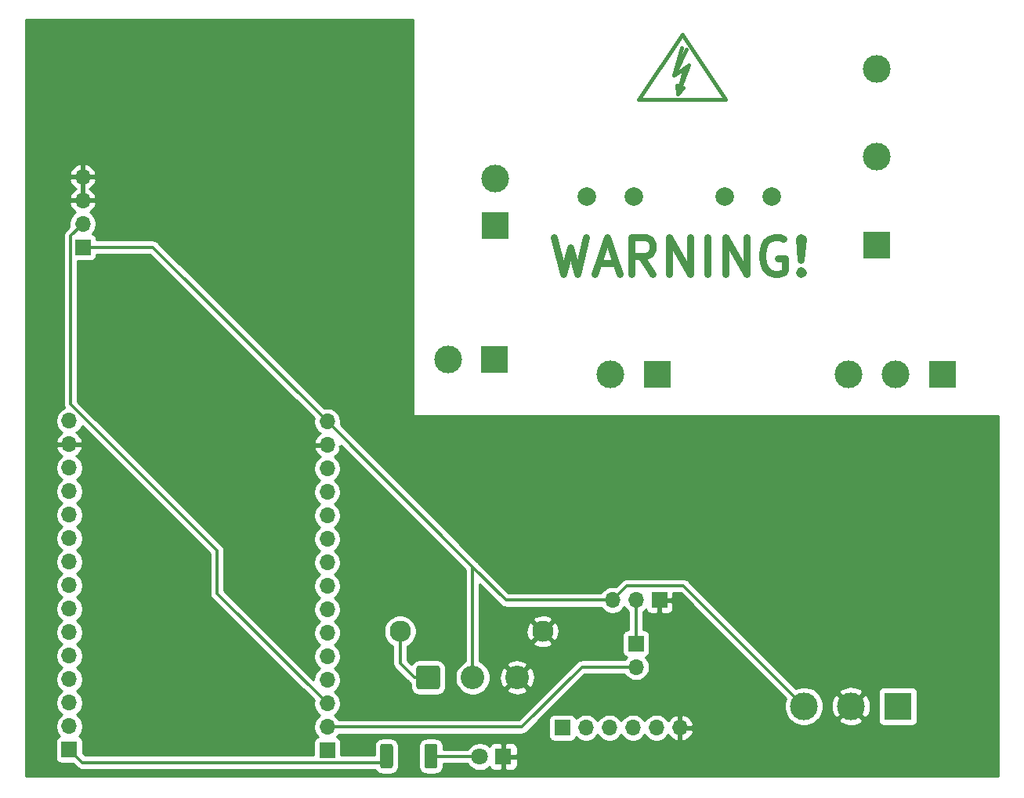
<source format=gtl>
G04 #@! TF.GenerationSoftware,KiCad,Pcbnew,5.1.12-84ad8e8a86~92~ubuntu18.04.1*
G04 #@! TF.CreationDate,2022-02-21T10:52:46-04:00*
G04 #@! TF.ProjectId,OMC_WIFI_PCB,4f4d435f-5749-4464-995f-5043422e6b69,rev?*
G04 #@! TF.SameCoordinates,Original*
G04 #@! TF.FileFunction,Copper,L1,Top*
G04 #@! TF.FilePolarity,Positive*
%FSLAX46Y46*%
G04 Gerber Fmt 4.6, Leading zero omitted, Abs format (unit mm)*
G04 Created by KiCad (PCBNEW 5.1.12-84ad8e8a86~92~ubuntu18.04.1) date 2022-02-21 10:52:46*
%MOMM*%
%LPD*%
G01*
G04 APERTURE LIST*
G04 #@! TA.AperFunction,NonConductor*
%ADD10C,0.800000*%
G04 #@! TD*
G04 #@! TA.AperFunction,EtchedComponent*
%ADD11C,0.381000*%
G04 #@! TD*
G04 #@! TA.AperFunction,ComponentPad*
%ADD12O,1.700000X1.700000*%
G04 #@! TD*
G04 #@! TA.AperFunction,ComponentPad*
%ADD13R,1.700000X1.700000*%
G04 #@! TD*
G04 #@! TA.AperFunction,ComponentPad*
%ADD14C,2.000000*%
G04 #@! TD*
G04 #@! TA.AperFunction,ComponentPad*
%ADD15R,3.000000X3.000000*%
G04 #@! TD*
G04 #@! TA.AperFunction,ComponentPad*
%ADD16C,3.000000*%
G04 #@! TD*
G04 #@! TA.AperFunction,ComponentPad*
%ADD17R,1.800000X1.800000*%
G04 #@! TD*
G04 #@! TA.AperFunction,ComponentPad*
%ADD18C,1.800000*%
G04 #@! TD*
G04 #@! TA.AperFunction,ComponentPad*
%ADD19C,2.300000*%
G04 #@! TD*
G04 #@! TA.AperFunction,ComponentPad*
%ADD20C,2.550000*%
G04 #@! TD*
G04 #@! TA.AperFunction,Conductor*
%ADD21C,0.300000*%
G04 #@! TD*
G04 #@! TA.AperFunction,Conductor*
%ADD22C,0.254000*%
G04 #@! TD*
G04 #@! TA.AperFunction,Conductor*
%ADD23C,0.100000*%
G04 #@! TD*
G04 APERTURE END LIST*
D10*
X631086190Y957780476D02*
X632038571Y953780476D01*
X632800476Y956637619D01*
X633562380Y953780476D01*
X634514761Y957780476D01*
X635848095Y954923333D02*
X637752857Y954923333D01*
X635467142Y953780476D02*
X636800476Y957780476D01*
X638133809Y953780476D01*
X641752857Y953780476D02*
X640419523Y955685238D01*
X639467142Y953780476D02*
X639467142Y957780476D01*
X640990952Y957780476D01*
X641371904Y957590000D01*
X641562380Y957399523D01*
X641752857Y957018571D01*
X641752857Y956447142D01*
X641562380Y956066190D01*
X641371904Y955875714D01*
X640990952Y955685238D01*
X639467142Y955685238D01*
X643467142Y953780476D02*
X643467142Y957780476D01*
X645752857Y953780476D01*
X645752857Y957780476D01*
X647657619Y953780476D02*
X647657619Y957780476D01*
X649562380Y953780476D02*
X649562380Y957780476D01*
X651848095Y953780476D01*
X651848095Y957780476D01*
X655848095Y957590000D02*
X655467142Y957780476D01*
X654895714Y957780476D01*
X654324285Y957590000D01*
X653943333Y957209047D01*
X653752857Y956828095D01*
X653562380Y956066190D01*
X653562380Y955494761D01*
X653752857Y954732857D01*
X653943333Y954351904D01*
X654324285Y953970952D01*
X654895714Y953780476D01*
X655276666Y953780476D01*
X655848095Y953970952D01*
X656038571Y954161428D01*
X656038571Y955494761D01*
X655276666Y955494761D01*
X657752857Y954161428D02*
X657943333Y953970952D01*
X657752857Y953780476D01*
X657562380Y953970952D01*
X657752857Y954161428D01*
X657752857Y953780476D01*
X657752857Y955304285D02*
X657562380Y957590000D01*
X657752857Y957780476D01*
X657943333Y957590000D01*
X657752857Y955304285D01*
X657752857Y957780476D01*
D11*
X644422160Y973260360D02*
X645621040Y976359160D01*
X645621040Y976359160D02*
X645021600Y975960380D01*
X644020840Y975259340D02*
X645321320Y978060960D01*
X644422160Y973260360D02*
X645021600Y973958860D01*
X644820940Y978259080D02*
X644020840Y975259340D01*
X644020840Y975259340D02*
X645219720Y976059440D01*
X645219720Y976059440D02*
X644422160Y973260360D01*
X644422160Y973260360D02*
X644320560Y974159520D01*
X644920000Y979651000D02*
X649619000Y972666000D01*
X649619000Y972666000D02*
X640221000Y972666000D01*
X640221000Y972666000D02*
X644920000Y979651000D01*
D12*
X639930000Y911300000D03*
D13*
X639930000Y913840000D03*
D14*
X639690000Y962160000D03*
X634610000Y962170000D03*
X654570000Y962180000D03*
X649490000Y962190000D03*
D15*
X624700000Y959025000D03*
D16*
X624700000Y964105000D03*
X658060000Y907060000D03*
X663140000Y907060000D03*
D15*
X668220000Y907060000D03*
X642250000Y942900000D03*
D16*
X637170000Y942900000D03*
X662860000Y942900000D03*
X667940000Y942900000D03*
D15*
X673020000Y942900000D03*
D17*
X625585000Y901615000D03*
D18*
X623045000Y901615000D03*
D13*
X606549999Y902275001D03*
D12*
X606549999Y904815001D03*
X606549999Y907355001D03*
X606549999Y909895001D03*
X606549999Y912435001D03*
X606549999Y914975001D03*
X606549999Y917515001D03*
X606549999Y920055001D03*
X606549999Y922595001D03*
X606549999Y925135001D03*
X606549999Y927675001D03*
X606549999Y930215001D03*
X606549999Y932755001D03*
X606549999Y935295001D03*
X606549999Y937835001D03*
X578680000Y937910000D03*
X578680000Y935370000D03*
X578680000Y932830000D03*
X578680000Y930290000D03*
X578680000Y927750000D03*
X578680000Y925210000D03*
X578680000Y922670000D03*
X578680000Y920130000D03*
X578680000Y917590000D03*
X578680000Y915050000D03*
X578680000Y912510000D03*
X578680000Y909970000D03*
X578680000Y907430000D03*
X578680000Y904890000D03*
D13*
X578680000Y902350000D03*
D16*
X665900000Y975970000D03*
X665900000Y966440000D03*
D15*
X665900000Y956910000D03*
D13*
X631970000Y904730000D03*
D12*
X634510000Y904730000D03*
X637050000Y904730000D03*
X639590000Y904730000D03*
X642130000Y904730000D03*
X644670000Y904730000D03*
X637380000Y918530000D03*
X639920000Y918530000D03*
D13*
X642460000Y918530000D03*
D12*
X580125000Y964295000D03*
X580125000Y961755000D03*
X580125000Y959215000D03*
D13*
X580125000Y956675000D03*
D19*
X629825000Y915150000D03*
D15*
X624625000Y944550000D03*
D16*
X619625000Y944550000D03*
D19*
X614425000Y915150000D03*
G04 #@! TA.AperFunction,SMDPad,CuDef*
G36*
G01*
X612260000Y900589999D02*
X612260000Y902740001D01*
G75*
G02*
X612509999Y902990000I249999J0D01*
G01*
X613410001Y902990000D01*
G75*
G02*
X613660000Y902740001I0J-249999D01*
G01*
X613660000Y900589999D01*
G75*
G02*
X613410001Y900340000I-249999J0D01*
G01*
X612509999Y900340000D01*
G75*
G02*
X612260000Y900589999I0J249999D01*
G01*
G37*
G04 #@! TD.AperFunction*
G04 #@! TA.AperFunction,SMDPad,CuDef*
G36*
G01*
X617060000Y900589999D02*
X617060000Y902740001D01*
G75*
G02*
X617309999Y902990000I249999J0D01*
G01*
X618210001Y902990000D01*
G75*
G02*
X618460000Y902740001I0J-249999D01*
G01*
X618460000Y900589999D01*
G75*
G02*
X618210001Y900340000I-249999J0D01*
G01*
X617309999Y900340000D01*
G75*
G02*
X617060000Y900589999I0J249999D01*
G01*
G37*
G04 #@! TD.AperFunction*
D20*
X627060000Y910170000D03*
X622260000Y910170000D03*
G04 #@! TA.AperFunction,ComponentPad*
G36*
G01*
X616185000Y909144999D02*
X616185000Y911195001D01*
G75*
G02*
X616434999Y911445000I249999J0D01*
G01*
X618485001Y911445000D01*
G75*
G02*
X618735000Y911195001I0J-249999D01*
G01*
X618735000Y909144999D01*
G75*
G02*
X618485001Y908895000I-249999J0D01*
G01*
X616434999Y908895000D01*
G75*
G02*
X616185000Y909144999I0J249999D01*
G01*
G37*
G04 #@! TD.AperFunction*
D21*
X622995000Y901665000D02*
X623045000Y901615000D01*
X617810000Y901615000D02*
X617760000Y901665000D01*
X623045000Y901615000D02*
X617810000Y901615000D01*
X587710000Y956675000D02*
X606549999Y937835001D01*
X580125000Y956675000D02*
X587710000Y956675000D01*
X622260000Y910170000D02*
X622260000Y922125000D01*
X621577500Y922807500D02*
X606549999Y937835001D01*
X622260000Y922125000D02*
X621577500Y922807500D01*
X625855000Y918530000D02*
X622260000Y922125000D01*
X637380000Y918530000D02*
X625855000Y918530000D01*
X637380000Y918530000D02*
X638910000Y920060000D01*
X645060000Y920060000D02*
X658060000Y907060000D01*
X638910000Y920060000D02*
X645060000Y920060000D01*
X614425000Y915150000D02*
X614425000Y911725000D01*
X615980000Y910170000D02*
X614425000Y911725000D01*
X617460000Y910170000D02*
X615980000Y910170000D01*
X578824999Y939689003D02*
X594650000Y923864002D01*
X580125000Y959215000D02*
X578824999Y957914999D01*
X578824999Y957914999D02*
X578824999Y939689003D01*
X594650000Y919255000D02*
X606549999Y907355001D01*
X594650000Y923864002D02*
X594650000Y919255000D01*
X627575001Y904815001D02*
X606549999Y904815001D01*
X634060000Y911300000D02*
X627575001Y904815001D01*
X639930000Y911300000D02*
X634060000Y911300000D01*
X612270000Y900975000D02*
X612960000Y901665000D01*
X580055000Y900975000D02*
X612270000Y900975000D01*
X578680000Y902350000D02*
X580055000Y900975000D01*
X639920000Y913850000D02*
X639930000Y913840000D01*
X639920000Y918530000D02*
X639920000Y913850000D01*
D22*
X615843000Y938600000D02*
X615845440Y938575224D01*
X615852667Y938551399D01*
X615864403Y938529443D01*
X615880197Y938510197D01*
X615899443Y938494403D01*
X615921399Y938482667D01*
X615945224Y938475440D01*
X615970000Y938473000D01*
X679100000Y938473000D01*
X679100000Y899510000D01*
X573955000Y899510000D01*
X573955000Y903200000D01*
X577191928Y903200000D01*
X577191928Y901500000D01*
X577204188Y901375518D01*
X577240498Y901255820D01*
X577299463Y901145506D01*
X577378815Y901048815D01*
X577475506Y900969463D01*
X577585820Y900910498D01*
X577705518Y900874188D01*
X577830000Y900861928D01*
X579057915Y900861928D01*
X579472653Y900447190D01*
X579497236Y900417236D01*
X579616767Y900319138D01*
X579737322Y900254701D01*
X579753140Y900246246D01*
X579901113Y900201358D01*
X579976026Y900193980D01*
X580016439Y900190000D01*
X580016444Y900190000D01*
X580055000Y900186203D01*
X580093556Y900190000D01*
X611721678Y900190000D01*
X611771595Y900096613D01*
X611882038Y899962038D01*
X612016613Y899851595D01*
X612170149Y899769528D01*
X612336745Y899718992D01*
X612509999Y899701928D01*
X613410001Y899701928D01*
X613583255Y899718992D01*
X613749851Y899769528D01*
X613903387Y899851595D01*
X614037962Y899962038D01*
X614148405Y900096613D01*
X614230472Y900250149D01*
X614281008Y900416745D01*
X614298072Y900589999D01*
X614298072Y902740001D01*
X616421928Y902740001D01*
X616421928Y900589999D01*
X616438992Y900416745D01*
X616489528Y900250149D01*
X616571595Y900096613D01*
X616682038Y899962038D01*
X616816613Y899851595D01*
X616970149Y899769528D01*
X617136745Y899718992D01*
X617309999Y899701928D01*
X618210001Y899701928D01*
X618383255Y899718992D01*
X618549851Y899769528D01*
X618703387Y899851595D01*
X618837962Y899962038D01*
X618948405Y900096613D01*
X619030472Y900250149D01*
X619081008Y900416745D01*
X619098072Y900589999D01*
X619098072Y900830000D01*
X621723392Y900830000D01*
X621852688Y900636495D01*
X622066495Y900422688D01*
X622317905Y900254701D01*
X622597257Y900138989D01*
X622893816Y900080000D01*
X623196184Y900080000D01*
X623492743Y900138989D01*
X623772095Y900254701D01*
X624023505Y900422688D01*
X624089944Y900489127D01*
X624095498Y900470820D01*
X624154463Y900360506D01*
X624233815Y900263815D01*
X624330506Y900184463D01*
X624440820Y900125498D01*
X624560518Y900089188D01*
X624685000Y900076928D01*
X625299250Y900080000D01*
X625458000Y900238750D01*
X625458000Y901488000D01*
X625712000Y901488000D01*
X625712000Y900238750D01*
X625870750Y900080000D01*
X626485000Y900076928D01*
X626609482Y900089188D01*
X626729180Y900125498D01*
X626839494Y900184463D01*
X626936185Y900263815D01*
X627015537Y900360506D01*
X627074502Y900470820D01*
X627110812Y900590518D01*
X627123072Y900715000D01*
X627120000Y901329250D01*
X626961250Y901488000D01*
X625712000Y901488000D01*
X625458000Y901488000D01*
X625438000Y901488000D01*
X625438000Y901742000D01*
X625458000Y901742000D01*
X625458000Y902991250D01*
X625712000Y902991250D01*
X625712000Y901742000D01*
X626961250Y901742000D01*
X627120000Y901900750D01*
X627123072Y902515000D01*
X627110812Y902639482D01*
X627074502Y902759180D01*
X627015537Y902869494D01*
X626936185Y902966185D01*
X626839494Y903045537D01*
X626729180Y903104502D01*
X626609482Y903140812D01*
X626485000Y903153072D01*
X625870750Y903150000D01*
X625712000Y902991250D01*
X625458000Y902991250D01*
X625299250Y903150000D01*
X624685000Y903153072D01*
X624560518Y903140812D01*
X624440820Y903104502D01*
X624330506Y903045537D01*
X624233815Y902966185D01*
X624154463Y902869494D01*
X624095498Y902759180D01*
X624089944Y902740873D01*
X624023505Y902807312D01*
X623772095Y902975299D01*
X623492743Y903091011D01*
X623196184Y903150000D01*
X622893816Y903150000D01*
X622597257Y903091011D01*
X622317905Y902975299D01*
X622066495Y902807312D01*
X621852688Y902593505D01*
X621723392Y902400000D01*
X619098072Y902400000D01*
X619098072Y902740001D01*
X619081008Y902913255D01*
X619030472Y903079851D01*
X618948405Y903233387D01*
X618837962Y903367962D01*
X618703387Y903478405D01*
X618549851Y903560472D01*
X618383255Y903611008D01*
X618210001Y903628072D01*
X617309999Y903628072D01*
X617136745Y903611008D01*
X616970149Y903560472D01*
X616816613Y903478405D01*
X616682038Y903367962D01*
X616571595Y903233387D01*
X616489528Y903079851D01*
X616438992Y902913255D01*
X616421928Y902740001D01*
X614298072Y902740001D01*
X614281008Y902913255D01*
X614230472Y903079851D01*
X614148405Y903233387D01*
X614037962Y903367962D01*
X613903387Y903478405D01*
X613749851Y903560472D01*
X613583255Y903611008D01*
X613410001Y903628072D01*
X612509999Y903628072D01*
X612336745Y903611008D01*
X612170149Y903560472D01*
X612016613Y903478405D01*
X611882038Y903367962D01*
X611771595Y903233387D01*
X611689528Y903079851D01*
X611638992Y902913255D01*
X611621928Y902740001D01*
X611621928Y901760000D01*
X608038071Y901760000D01*
X608038071Y903125001D01*
X608025811Y903249483D01*
X607989501Y903369181D01*
X607930536Y903479495D01*
X607851184Y903576186D01*
X607754493Y903655538D01*
X607644179Y903714503D01*
X607571619Y903736514D01*
X607703474Y903868369D01*
X607811473Y904030001D01*
X627536448Y904030001D01*
X627575001Y904026204D01*
X627613554Y904030001D01*
X627613562Y904030001D01*
X627728888Y904041360D01*
X627876861Y904086247D01*
X628013234Y904159139D01*
X628132765Y904257237D01*
X628157348Y904287191D01*
X629450157Y905580000D01*
X630481928Y905580000D01*
X630481928Y903880000D01*
X630494188Y903755518D01*
X630530498Y903635820D01*
X630589463Y903525506D01*
X630668815Y903428815D01*
X630765506Y903349463D01*
X630875820Y903290498D01*
X630995518Y903254188D01*
X631120000Y903241928D01*
X632820000Y903241928D01*
X632944482Y903254188D01*
X633064180Y903290498D01*
X633174494Y903349463D01*
X633271185Y903428815D01*
X633350537Y903525506D01*
X633409502Y903635820D01*
X633431513Y903708380D01*
X633563368Y903576525D01*
X633806589Y903414010D01*
X634076842Y903302068D01*
X634363740Y903245000D01*
X634656260Y903245000D01*
X634943158Y903302068D01*
X635213411Y903414010D01*
X635456632Y903576525D01*
X635663475Y903783368D01*
X635780000Y903957760D01*
X635896525Y903783368D01*
X636103368Y903576525D01*
X636346589Y903414010D01*
X636616842Y903302068D01*
X636903740Y903245000D01*
X637196260Y903245000D01*
X637483158Y903302068D01*
X637753411Y903414010D01*
X637996632Y903576525D01*
X638203475Y903783368D01*
X638320000Y903957760D01*
X638436525Y903783368D01*
X638643368Y903576525D01*
X638886589Y903414010D01*
X639156842Y903302068D01*
X639443740Y903245000D01*
X639736260Y903245000D01*
X640023158Y903302068D01*
X640293411Y903414010D01*
X640536632Y903576525D01*
X640743475Y903783368D01*
X640860000Y903957760D01*
X640976525Y903783368D01*
X641183368Y903576525D01*
X641426589Y903414010D01*
X641696842Y903302068D01*
X641983740Y903245000D01*
X642276260Y903245000D01*
X642563158Y903302068D01*
X642833411Y903414010D01*
X643076632Y903576525D01*
X643283475Y903783368D01*
X643405195Y903965534D01*
X643474822Y903848645D01*
X643669731Y903632412D01*
X643903080Y903458359D01*
X644165901Y903333175D01*
X644313110Y903288524D01*
X644543000Y903409845D01*
X644543000Y904603000D01*
X644797000Y904603000D01*
X644797000Y903409845D01*
X645026890Y903288524D01*
X645174099Y903333175D01*
X645436920Y903458359D01*
X645670269Y903632412D01*
X645865178Y903848645D01*
X646014157Y904098748D01*
X646111481Y904373109D01*
X645990814Y904603000D01*
X644797000Y904603000D01*
X644543000Y904603000D01*
X644523000Y904603000D01*
X644523000Y904857000D01*
X644543000Y904857000D01*
X644543000Y906050155D01*
X644797000Y906050155D01*
X644797000Y904857000D01*
X645990814Y904857000D01*
X646111481Y905086891D01*
X646014157Y905361252D01*
X645865178Y905611355D01*
X645670269Y905827588D01*
X645436920Y906001641D01*
X645174099Y906126825D01*
X645026890Y906171476D01*
X644797000Y906050155D01*
X644543000Y906050155D01*
X644313110Y906171476D01*
X644165901Y906126825D01*
X643903080Y906001641D01*
X643669731Y905827588D01*
X643474822Y905611355D01*
X643405195Y905494466D01*
X643283475Y905676632D01*
X643076632Y905883475D01*
X642833411Y906045990D01*
X642563158Y906157932D01*
X642276260Y906215000D01*
X641983740Y906215000D01*
X641696842Y906157932D01*
X641426589Y906045990D01*
X641183368Y905883475D01*
X640976525Y905676632D01*
X640860000Y905502240D01*
X640743475Y905676632D01*
X640536632Y905883475D01*
X640293411Y906045990D01*
X640023158Y906157932D01*
X639736260Y906215000D01*
X639443740Y906215000D01*
X639156842Y906157932D01*
X638886589Y906045990D01*
X638643368Y905883475D01*
X638436525Y905676632D01*
X638320000Y905502240D01*
X638203475Y905676632D01*
X637996632Y905883475D01*
X637753411Y906045990D01*
X637483158Y906157932D01*
X637196260Y906215000D01*
X636903740Y906215000D01*
X636616842Y906157932D01*
X636346589Y906045990D01*
X636103368Y905883475D01*
X635896525Y905676632D01*
X635780000Y905502240D01*
X635663475Y905676632D01*
X635456632Y905883475D01*
X635213411Y906045990D01*
X634943158Y906157932D01*
X634656260Y906215000D01*
X634363740Y906215000D01*
X634076842Y906157932D01*
X633806589Y906045990D01*
X633563368Y905883475D01*
X633431513Y905751620D01*
X633409502Y905824180D01*
X633350537Y905934494D01*
X633271185Y906031185D01*
X633174494Y906110537D01*
X633064180Y906169502D01*
X632944482Y906205812D01*
X632820000Y906218072D01*
X631120000Y906218072D01*
X630995518Y906205812D01*
X630875820Y906169502D01*
X630765506Y906110537D01*
X630668815Y906031185D01*
X630589463Y905934494D01*
X630530498Y905824180D01*
X630494188Y905704482D01*
X630481928Y905580000D01*
X629450157Y905580000D01*
X634385157Y910515000D01*
X638668526Y910515000D01*
X638776525Y910353368D01*
X638983368Y910146525D01*
X639226589Y909984010D01*
X639496842Y909872068D01*
X639783740Y909815000D01*
X640076260Y909815000D01*
X640363158Y909872068D01*
X640633411Y909984010D01*
X640876632Y910146525D01*
X641083475Y910353368D01*
X641245990Y910596589D01*
X641357932Y910866842D01*
X641415000Y911153740D01*
X641415000Y911446260D01*
X641357932Y911733158D01*
X641245990Y912003411D01*
X641083475Y912246632D01*
X640951620Y912378487D01*
X641024180Y912400498D01*
X641134494Y912459463D01*
X641231185Y912538815D01*
X641310537Y912635506D01*
X641369502Y912745820D01*
X641405812Y912865518D01*
X641418072Y912990000D01*
X641418072Y914690000D01*
X641405812Y914814482D01*
X641369502Y914934180D01*
X641310537Y915044494D01*
X641231185Y915141185D01*
X641134494Y915220537D01*
X641024180Y915279502D01*
X640904482Y915315812D01*
X640780000Y915328072D01*
X640705000Y915328072D01*
X640705000Y917268526D01*
X640866632Y917376525D01*
X640998487Y917508380D01*
X641020498Y917435820D01*
X641079463Y917325506D01*
X641158815Y917228815D01*
X641255506Y917149463D01*
X641365820Y917090498D01*
X641485518Y917054188D01*
X641610000Y917041928D01*
X642174250Y917045000D01*
X642333000Y917203750D01*
X642333000Y918403000D01*
X642587000Y918403000D01*
X642587000Y917203750D01*
X642745750Y917045000D01*
X643310000Y917041928D01*
X643434482Y917054188D01*
X643554180Y917090498D01*
X643664494Y917149463D01*
X643761185Y917228815D01*
X643840537Y917325506D01*
X643899502Y917435820D01*
X643935812Y917555518D01*
X643948072Y917680000D01*
X643945000Y918244250D01*
X643786250Y918403000D01*
X642587000Y918403000D01*
X642333000Y918403000D01*
X642313000Y918403000D01*
X642313000Y918657000D01*
X642333000Y918657000D01*
X642333000Y918677000D01*
X642587000Y918677000D01*
X642587000Y918657000D01*
X643786250Y918657000D01*
X643945000Y918815750D01*
X643947500Y919275000D01*
X644734843Y919275000D01*
X656100784Y907909058D01*
X656007047Y907682756D01*
X655925000Y907270279D01*
X655925000Y906849721D01*
X656007047Y906437244D01*
X656167988Y906048698D01*
X656401637Y905699017D01*
X656699017Y905401637D01*
X657048698Y905167988D01*
X657437244Y905007047D01*
X657849721Y904925000D01*
X658270279Y904925000D01*
X658682756Y905007047D01*
X659071302Y905167988D01*
X659420983Y905401637D01*
X659587693Y905568347D01*
X661827952Y905568347D01*
X661983962Y905252786D01*
X662358745Y905061980D01*
X662763551Y904947956D01*
X663182824Y904915098D01*
X663600451Y904964666D01*
X664000383Y905094757D01*
X664296038Y905252786D01*
X664452048Y905568347D01*
X663140000Y906880395D01*
X661827952Y905568347D01*
X659587693Y905568347D01*
X659718363Y905699017D01*
X659952012Y906048698D01*
X660112953Y906437244D01*
X660195000Y906849721D01*
X660195000Y907017176D01*
X660995098Y907017176D01*
X661044666Y906599549D01*
X661174757Y906199617D01*
X661332786Y905903962D01*
X661648347Y905747952D01*
X662960395Y907060000D01*
X663319605Y907060000D01*
X664631653Y905747952D01*
X664947214Y905903962D01*
X665138020Y906278745D01*
X665252044Y906683551D01*
X665284902Y907102824D01*
X665235334Y907520451D01*
X665105243Y907920383D01*
X664947214Y908216038D01*
X664631653Y908372048D01*
X663319605Y907060000D01*
X662960395Y907060000D01*
X661648347Y908372048D01*
X661332786Y908216038D01*
X661141980Y907841255D01*
X661027956Y907436449D01*
X660995098Y907017176D01*
X660195000Y907017176D01*
X660195000Y907270279D01*
X660112953Y907682756D01*
X659952012Y908071302D01*
X659718363Y908420983D01*
X659587693Y908551653D01*
X661827952Y908551653D01*
X663140000Y907239605D01*
X664452048Y908551653D01*
X664447922Y908560000D01*
X666081928Y908560000D01*
X666081928Y905560000D01*
X666094188Y905435518D01*
X666130498Y905315820D01*
X666189463Y905205506D01*
X666268815Y905108815D01*
X666365506Y905029463D01*
X666475820Y904970498D01*
X666595518Y904934188D01*
X666720000Y904921928D01*
X669720000Y904921928D01*
X669844482Y904934188D01*
X669964180Y904970498D01*
X670074494Y905029463D01*
X670171185Y905108815D01*
X670250537Y905205506D01*
X670309502Y905315820D01*
X670345812Y905435518D01*
X670358072Y905560000D01*
X670358072Y908560000D01*
X670345812Y908684482D01*
X670309502Y908804180D01*
X670250537Y908914494D01*
X670171185Y909011185D01*
X670074494Y909090537D01*
X669964180Y909149502D01*
X669844482Y909185812D01*
X669720000Y909198072D01*
X666720000Y909198072D01*
X666595518Y909185812D01*
X666475820Y909149502D01*
X666365506Y909090537D01*
X666268815Y909011185D01*
X666189463Y908914494D01*
X666130498Y908804180D01*
X666094188Y908684482D01*
X666081928Y908560000D01*
X664447922Y908560000D01*
X664296038Y908867214D01*
X663921255Y909058020D01*
X663516449Y909172044D01*
X663097176Y909204902D01*
X662679549Y909155334D01*
X662279617Y909025243D01*
X661983962Y908867214D01*
X661827952Y908551653D01*
X659587693Y908551653D01*
X659420983Y908718363D01*
X659071302Y908952012D01*
X658682756Y909112953D01*
X658270279Y909195000D01*
X657849721Y909195000D01*
X657437244Y909112953D01*
X657210942Y909019216D01*
X645642347Y920587810D01*
X645617764Y920617764D01*
X645498233Y920715862D01*
X645361860Y920788754D01*
X645213887Y920833641D01*
X645098561Y920845000D01*
X645098553Y920845000D01*
X645060000Y920848797D01*
X645021447Y920845000D01*
X638948556Y920845000D01*
X638910000Y920848797D01*
X638871444Y920845000D01*
X638871439Y920845000D01*
X638831026Y920841020D01*
X638756113Y920833642D01*
X638608140Y920788754D01*
X638471767Y920715862D01*
X638352236Y920617764D01*
X638327653Y920587810D01*
X637716918Y919977075D01*
X637526260Y920015000D01*
X637233740Y920015000D01*
X636946842Y919957932D01*
X636676589Y919845990D01*
X636433368Y919683475D01*
X636226525Y919476632D01*
X636118526Y919315000D01*
X626180157Y919315000D01*
X622842345Y922652812D01*
X622817764Y922682764D01*
X622787810Y922707347D01*
X607997074Y937498083D01*
X608034999Y937688741D01*
X608034999Y937981261D01*
X607977931Y938268159D01*
X607865989Y938538412D01*
X607703474Y938781633D01*
X607496631Y938988476D01*
X607253410Y939150991D01*
X606983157Y939262933D01*
X606696259Y939320001D01*
X606403739Y939320001D01*
X606213081Y939282077D01*
X588292347Y957202810D01*
X588267764Y957232764D01*
X588148233Y957330862D01*
X588011860Y957403754D01*
X587863887Y957448641D01*
X587748561Y957460000D01*
X587748553Y957460000D01*
X587710000Y957463797D01*
X587671447Y957460000D01*
X581613072Y957460000D01*
X581613072Y957525000D01*
X581600812Y957649482D01*
X581564502Y957769180D01*
X581505537Y957879494D01*
X581426185Y957976185D01*
X581329494Y958055537D01*
X581219180Y958114502D01*
X581146620Y958136513D01*
X581278475Y958268368D01*
X581440990Y958511589D01*
X581552932Y958781842D01*
X581610000Y959068740D01*
X581610000Y959361260D01*
X581552932Y959648158D01*
X581440990Y959918411D01*
X581278475Y960161632D01*
X581071632Y960368475D01*
X580889466Y960490195D01*
X581006355Y960559822D01*
X581222588Y960754731D01*
X581396641Y960988080D01*
X581521825Y961250901D01*
X581566476Y961398110D01*
X581445155Y961628000D01*
X580252000Y961628000D01*
X580252000Y961608000D01*
X579998000Y961608000D01*
X579998000Y961628000D01*
X578804845Y961628000D01*
X578683524Y961398110D01*
X578728175Y961250901D01*
X578853359Y960988080D01*
X579027412Y960754731D01*
X579243645Y960559822D01*
X579360534Y960490195D01*
X579178368Y960368475D01*
X578971525Y960161632D01*
X578809010Y959918411D01*
X578697068Y959648158D01*
X578640000Y959361260D01*
X578640000Y959068740D01*
X578677925Y958878082D01*
X578297189Y958497346D01*
X578267235Y958472763D01*
X578169137Y958353231D01*
X578096245Y958216858D01*
X578051358Y958068885D01*
X578039999Y957953559D01*
X578039999Y957953552D01*
X578036202Y957914999D01*
X578039999Y957876446D01*
X578040000Y939727566D01*
X578036202Y939689003D01*
X578051358Y939535117D01*
X578096245Y939387144D01*
X578130176Y939323663D01*
X578145080Y939295781D01*
X577976589Y939225990D01*
X577733368Y939063475D01*
X577526525Y938856632D01*
X577364010Y938613411D01*
X577252068Y938343158D01*
X577195000Y938056260D01*
X577195000Y937763740D01*
X577252068Y937476842D01*
X577364010Y937206589D01*
X577526525Y936963368D01*
X577733368Y936756525D01*
X577915534Y936634805D01*
X577798645Y936565178D01*
X577582412Y936370269D01*
X577408359Y936136920D01*
X577283175Y935874099D01*
X577238524Y935726890D01*
X577359845Y935497000D01*
X578553000Y935497000D01*
X578553000Y935517000D01*
X578807000Y935517000D01*
X578807000Y935497000D01*
X580000155Y935497000D01*
X580121476Y935726890D01*
X580076825Y935874099D01*
X579951641Y936136920D01*
X579777588Y936370269D01*
X579561355Y936565178D01*
X579444466Y936634805D01*
X579626632Y936756525D01*
X579833475Y936963368D01*
X579995990Y937206589D01*
X580054939Y937348906D01*
X593865000Y923538844D01*
X593865001Y919293563D01*
X593861203Y919255000D01*
X593876359Y919101114D01*
X593921246Y918953141D01*
X593946449Y918905990D01*
X593994139Y918816767D01*
X593994974Y918815750D01*
X594067655Y918727188D01*
X594067659Y918727184D01*
X594092237Y918697236D01*
X594122185Y918672658D01*
X605102923Y907691919D01*
X605064999Y907501261D01*
X605064999Y907208741D01*
X605122067Y906921843D01*
X605234009Y906651590D01*
X605396524Y906408369D01*
X605603367Y906201526D01*
X605777759Y906085001D01*
X605603367Y905968476D01*
X605396524Y905761633D01*
X605234009Y905518412D01*
X605122067Y905248159D01*
X605064999Y904961261D01*
X605064999Y904668741D01*
X605122067Y904381843D01*
X605234009Y904111590D01*
X605396524Y903868369D01*
X605528379Y903736514D01*
X605455819Y903714503D01*
X605345505Y903655538D01*
X605248814Y903576186D01*
X605169462Y903479495D01*
X605110497Y903369181D01*
X605074187Y903249483D01*
X605061927Y903125001D01*
X605061927Y901760000D01*
X580380157Y901760000D01*
X580168072Y901972085D01*
X580168072Y903200000D01*
X580155812Y903324482D01*
X580119502Y903444180D01*
X580060537Y903554494D01*
X579981185Y903651185D01*
X579884494Y903730537D01*
X579774180Y903789502D01*
X579701620Y903811513D01*
X579833475Y903943368D01*
X579995990Y904186589D01*
X580107932Y904456842D01*
X580165000Y904743740D01*
X580165000Y905036260D01*
X580107932Y905323158D01*
X579995990Y905593411D01*
X579833475Y905836632D01*
X579626632Y906043475D01*
X579452240Y906160000D01*
X579626632Y906276525D01*
X579833475Y906483368D01*
X579995990Y906726589D01*
X580107932Y906996842D01*
X580165000Y907283740D01*
X580165000Y907576260D01*
X580107932Y907863158D01*
X579995990Y908133411D01*
X579833475Y908376632D01*
X579626632Y908583475D01*
X579452240Y908700000D01*
X579626632Y908816525D01*
X579833475Y909023368D01*
X579995990Y909266589D01*
X580107932Y909536842D01*
X580165000Y909823740D01*
X580165000Y910116260D01*
X580107932Y910403158D01*
X579995990Y910673411D01*
X579833475Y910916632D01*
X579626632Y911123475D01*
X579452240Y911240000D01*
X579626632Y911356525D01*
X579833475Y911563368D01*
X579995990Y911806589D01*
X580107932Y912076842D01*
X580165000Y912363740D01*
X580165000Y912656260D01*
X580107932Y912943158D01*
X579995990Y913213411D01*
X579833475Y913456632D01*
X579626632Y913663475D01*
X579452240Y913780000D01*
X579626632Y913896525D01*
X579833475Y914103368D01*
X579995990Y914346589D01*
X580107932Y914616842D01*
X580165000Y914903740D01*
X580165000Y915196260D01*
X580107932Y915483158D01*
X579995990Y915753411D01*
X579833475Y915996632D01*
X579626632Y916203475D01*
X579452240Y916320000D01*
X579626632Y916436525D01*
X579833475Y916643368D01*
X579995990Y916886589D01*
X580107932Y917156842D01*
X580165000Y917443740D01*
X580165000Y917736260D01*
X580107932Y918023158D01*
X579995990Y918293411D01*
X579833475Y918536632D01*
X579626632Y918743475D01*
X579452240Y918860000D01*
X579626632Y918976525D01*
X579833475Y919183368D01*
X579995990Y919426589D01*
X580107932Y919696842D01*
X580165000Y919983740D01*
X580165000Y920276260D01*
X580107932Y920563158D01*
X579995990Y920833411D01*
X579833475Y921076632D01*
X579626632Y921283475D01*
X579452240Y921400000D01*
X579626632Y921516525D01*
X579833475Y921723368D01*
X579995990Y921966589D01*
X580107932Y922236842D01*
X580165000Y922523740D01*
X580165000Y922816260D01*
X580107932Y923103158D01*
X579995990Y923373411D01*
X579833475Y923616632D01*
X579626632Y923823475D01*
X579452240Y923940000D01*
X579626632Y924056525D01*
X579833475Y924263368D01*
X579995990Y924506589D01*
X580107932Y924776842D01*
X580165000Y925063740D01*
X580165000Y925356260D01*
X580107932Y925643158D01*
X579995990Y925913411D01*
X579833475Y926156632D01*
X579626632Y926363475D01*
X579452240Y926480000D01*
X579626632Y926596525D01*
X579833475Y926803368D01*
X579995990Y927046589D01*
X580107932Y927316842D01*
X580165000Y927603740D01*
X580165000Y927896260D01*
X580107932Y928183158D01*
X579995990Y928453411D01*
X579833475Y928696632D01*
X579626632Y928903475D01*
X579452240Y929020000D01*
X579626632Y929136525D01*
X579833475Y929343368D01*
X579995990Y929586589D01*
X580107932Y929856842D01*
X580165000Y930143740D01*
X580165000Y930436260D01*
X580107932Y930723158D01*
X579995990Y930993411D01*
X579833475Y931236632D01*
X579626632Y931443475D01*
X579452240Y931560000D01*
X579626632Y931676525D01*
X579833475Y931883368D01*
X579995990Y932126589D01*
X580107932Y932396842D01*
X580165000Y932683740D01*
X580165000Y932976260D01*
X580107932Y933263158D01*
X579995990Y933533411D01*
X579833475Y933776632D01*
X579626632Y933983475D01*
X579444466Y934105195D01*
X579561355Y934174822D01*
X579777588Y934369731D01*
X579951641Y934603080D01*
X580076825Y934865901D01*
X580121476Y935013110D01*
X580000155Y935243000D01*
X578807000Y935243000D01*
X578807000Y935223000D01*
X578553000Y935223000D01*
X578553000Y935243000D01*
X577359845Y935243000D01*
X577238524Y935013110D01*
X577283175Y934865901D01*
X577408359Y934603080D01*
X577582412Y934369731D01*
X577798645Y934174822D01*
X577915534Y934105195D01*
X577733368Y933983475D01*
X577526525Y933776632D01*
X577364010Y933533411D01*
X577252068Y933263158D01*
X577195000Y932976260D01*
X577195000Y932683740D01*
X577252068Y932396842D01*
X577364010Y932126589D01*
X577526525Y931883368D01*
X577733368Y931676525D01*
X577907760Y931560000D01*
X577733368Y931443475D01*
X577526525Y931236632D01*
X577364010Y930993411D01*
X577252068Y930723158D01*
X577195000Y930436260D01*
X577195000Y930143740D01*
X577252068Y929856842D01*
X577364010Y929586589D01*
X577526525Y929343368D01*
X577733368Y929136525D01*
X577907760Y929020000D01*
X577733368Y928903475D01*
X577526525Y928696632D01*
X577364010Y928453411D01*
X577252068Y928183158D01*
X577195000Y927896260D01*
X577195000Y927603740D01*
X577252068Y927316842D01*
X577364010Y927046589D01*
X577526525Y926803368D01*
X577733368Y926596525D01*
X577907760Y926480000D01*
X577733368Y926363475D01*
X577526525Y926156632D01*
X577364010Y925913411D01*
X577252068Y925643158D01*
X577195000Y925356260D01*
X577195000Y925063740D01*
X577252068Y924776842D01*
X577364010Y924506589D01*
X577526525Y924263368D01*
X577733368Y924056525D01*
X577907760Y923940000D01*
X577733368Y923823475D01*
X577526525Y923616632D01*
X577364010Y923373411D01*
X577252068Y923103158D01*
X577195000Y922816260D01*
X577195000Y922523740D01*
X577252068Y922236842D01*
X577364010Y921966589D01*
X577526525Y921723368D01*
X577733368Y921516525D01*
X577907760Y921400000D01*
X577733368Y921283475D01*
X577526525Y921076632D01*
X577364010Y920833411D01*
X577252068Y920563158D01*
X577195000Y920276260D01*
X577195000Y919983740D01*
X577252068Y919696842D01*
X577364010Y919426589D01*
X577526525Y919183368D01*
X577733368Y918976525D01*
X577907760Y918860000D01*
X577733368Y918743475D01*
X577526525Y918536632D01*
X577364010Y918293411D01*
X577252068Y918023158D01*
X577195000Y917736260D01*
X577195000Y917443740D01*
X577252068Y917156842D01*
X577364010Y916886589D01*
X577526525Y916643368D01*
X577733368Y916436525D01*
X577907760Y916320000D01*
X577733368Y916203475D01*
X577526525Y915996632D01*
X577364010Y915753411D01*
X577252068Y915483158D01*
X577195000Y915196260D01*
X577195000Y914903740D01*
X577252068Y914616842D01*
X577364010Y914346589D01*
X577526525Y914103368D01*
X577733368Y913896525D01*
X577907760Y913780000D01*
X577733368Y913663475D01*
X577526525Y913456632D01*
X577364010Y913213411D01*
X577252068Y912943158D01*
X577195000Y912656260D01*
X577195000Y912363740D01*
X577252068Y912076842D01*
X577364010Y911806589D01*
X577526525Y911563368D01*
X577733368Y911356525D01*
X577907760Y911240000D01*
X577733368Y911123475D01*
X577526525Y910916632D01*
X577364010Y910673411D01*
X577252068Y910403158D01*
X577195000Y910116260D01*
X577195000Y909823740D01*
X577252068Y909536842D01*
X577364010Y909266589D01*
X577526525Y909023368D01*
X577733368Y908816525D01*
X577907760Y908700000D01*
X577733368Y908583475D01*
X577526525Y908376632D01*
X577364010Y908133411D01*
X577252068Y907863158D01*
X577195000Y907576260D01*
X577195000Y907283740D01*
X577252068Y906996842D01*
X577364010Y906726589D01*
X577526525Y906483368D01*
X577733368Y906276525D01*
X577907760Y906160000D01*
X577733368Y906043475D01*
X577526525Y905836632D01*
X577364010Y905593411D01*
X577252068Y905323158D01*
X577195000Y905036260D01*
X577195000Y904743740D01*
X577252068Y904456842D01*
X577364010Y904186589D01*
X577526525Y903943368D01*
X577658380Y903811513D01*
X577585820Y903789502D01*
X577475506Y903730537D01*
X577378815Y903651185D01*
X577299463Y903554494D01*
X577240498Y903444180D01*
X577204188Y903324482D01*
X577191928Y903200000D01*
X573955000Y903200000D01*
X573955000Y963938110D01*
X578683524Y963938110D01*
X578728175Y963790901D01*
X578853359Y963528080D01*
X579027412Y963294731D01*
X579243645Y963099822D01*
X579369255Y963025000D01*
X579243645Y962950178D01*
X579027412Y962755269D01*
X578853359Y962521920D01*
X578728175Y962259099D01*
X578683524Y962111890D01*
X578804845Y961882000D01*
X579998000Y961882000D01*
X579998000Y964168000D01*
X580252000Y964168000D01*
X580252000Y961882000D01*
X581445155Y961882000D01*
X581566476Y962111890D01*
X581521825Y962259099D01*
X581396641Y962521920D01*
X581222588Y962755269D01*
X581006355Y962950178D01*
X580880745Y963025000D01*
X581006355Y963099822D01*
X581222588Y963294731D01*
X581396641Y963528080D01*
X581521825Y963790901D01*
X581566476Y963938110D01*
X581445155Y964168000D01*
X580252000Y964168000D01*
X579998000Y964168000D01*
X578804845Y964168000D01*
X578683524Y963938110D01*
X573955000Y963938110D01*
X573955000Y964651890D01*
X578683524Y964651890D01*
X578804845Y964422000D01*
X579998000Y964422000D01*
X579998000Y965615814D01*
X580252000Y965615814D01*
X580252000Y964422000D01*
X581445155Y964422000D01*
X581566476Y964651890D01*
X581521825Y964799099D01*
X581396641Y965061920D01*
X581222588Y965295269D01*
X581006355Y965490178D01*
X580756252Y965639157D01*
X580481891Y965736481D01*
X580252000Y965615814D01*
X579998000Y965615814D01*
X579768109Y965736481D01*
X579493748Y965639157D01*
X579243645Y965490178D01*
X579027412Y965295269D01*
X578853359Y965061920D01*
X578728175Y964799099D01*
X578683524Y964651890D01*
X573955000Y964651890D01*
X573955000Y981270000D01*
X615843000Y981270000D01*
X615843000Y938600000D01*
G04 #@! TA.AperFunction,Conductor*
D23*
G36*
X615843000Y938600000D02*
G01*
X615845440Y938575224D01*
X615852667Y938551399D01*
X615864403Y938529443D01*
X615880197Y938510197D01*
X615899443Y938494403D01*
X615921399Y938482667D01*
X615945224Y938475440D01*
X615970000Y938473000D01*
X679100000Y938473000D01*
X679100000Y899510000D01*
X573955000Y899510000D01*
X573955000Y903200000D01*
X577191928Y903200000D01*
X577191928Y901500000D01*
X577204188Y901375518D01*
X577240498Y901255820D01*
X577299463Y901145506D01*
X577378815Y901048815D01*
X577475506Y900969463D01*
X577585820Y900910498D01*
X577705518Y900874188D01*
X577830000Y900861928D01*
X579057915Y900861928D01*
X579472653Y900447190D01*
X579497236Y900417236D01*
X579616767Y900319138D01*
X579737322Y900254701D01*
X579753140Y900246246D01*
X579901113Y900201358D01*
X579976026Y900193980D01*
X580016439Y900190000D01*
X580016444Y900190000D01*
X580055000Y900186203D01*
X580093556Y900190000D01*
X611721678Y900190000D01*
X611771595Y900096613D01*
X611882038Y899962038D01*
X612016613Y899851595D01*
X612170149Y899769528D01*
X612336745Y899718992D01*
X612509999Y899701928D01*
X613410001Y899701928D01*
X613583255Y899718992D01*
X613749851Y899769528D01*
X613903387Y899851595D01*
X614037962Y899962038D01*
X614148405Y900096613D01*
X614230472Y900250149D01*
X614281008Y900416745D01*
X614298072Y900589999D01*
X614298072Y902740001D01*
X616421928Y902740001D01*
X616421928Y900589999D01*
X616438992Y900416745D01*
X616489528Y900250149D01*
X616571595Y900096613D01*
X616682038Y899962038D01*
X616816613Y899851595D01*
X616970149Y899769528D01*
X617136745Y899718992D01*
X617309999Y899701928D01*
X618210001Y899701928D01*
X618383255Y899718992D01*
X618549851Y899769528D01*
X618703387Y899851595D01*
X618837962Y899962038D01*
X618948405Y900096613D01*
X619030472Y900250149D01*
X619081008Y900416745D01*
X619098072Y900589999D01*
X619098072Y900830000D01*
X621723392Y900830000D01*
X621852688Y900636495D01*
X622066495Y900422688D01*
X622317905Y900254701D01*
X622597257Y900138989D01*
X622893816Y900080000D01*
X623196184Y900080000D01*
X623492743Y900138989D01*
X623772095Y900254701D01*
X624023505Y900422688D01*
X624089944Y900489127D01*
X624095498Y900470820D01*
X624154463Y900360506D01*
X624233815Y900263815D01*
X624330506Y900184463D01*
X624440820Y900125498D01*
X624560518Y900089188D01*
X624685000Y900076928D01*
X625299250Y900080000D01*
X625458000Y900238750D01*
X625458000Y901488000D01*
X625712000Y901488000D01*
X625712000Y900238750D01*
X625870750Y900080000D01*
X626485000Y900076928D01*
X626609482Y900089188D01*
X626729180Y900125498D01*
X626839494Y900184463D01*
X626936185Y900263815D01*
X627015537Y900360506D01*
X627074502Y900470820D01*
X627110812Y900590518D01*
X627123072Y900715000D01*
X627120000Y901329250D01*
X626961250Y901488000D01*
X625712000Y901488000D01*
X625458000Y901488000D01*
X625438000Y901488000D01*
X625438000Y901742000D01*
X625458000Y901742000D01*
X625458000Y902991250D01*
X625712000Y902991250D01*
X625712000Y901742000D01*
X626961250Y901742000D01*
X627120000Y901900750D01*
X627123072Y902515000D01*
X627110812Y902639482D01*
X627074502Y902759180D01*
X627015537Y902869494D01*
X626936185Y902966185D01*
X626839494Y903045537D01*
X626729180Y903104502D01*
X626609482Y903140812D01*
X626485000Y903153072D01*
X625870750Y903150000D01*
X625712000Y902991250D01*
X625458000Y902991250D01*
X625299250Y903150000D01*
X624685000Y903153072D01*
X624560518Y903140812D01*
X624440820Y903104502D01*
X624330506Y903045537D01*
X624233815Y902966185D01*
X624154463Y902869494D01*
X624095498Y902759180D01*
X624089944Y902740873D01*
X624023505Y902807312D01*
X623772095Y902975299D01*
X623492743Y903091011D01*
X623196184Y903150000D01*
X622893816Y903150000D01*
X622597257Y903091011D01*
X622317905Y902975299D01*
X622066495Y902807312D01*
X621852688Y902593505D01*
X621723392Y902400000D01*
X619098072Y902400000D01*
X619098072Y902740001D01*
X619081008Y902913255D01*
X619030472Y903079851D01*
X618948405Y903233387D01*
X618837962Y903367962D01*
X618703387Y903478405D01*
X618549851Y903560472D01*
X618383255Y903611008D01*
X618210001Y903628072D01*
X617309999Y903628072D01*
X617136745Y903611008D01*
X616970149Y903560472D01*
X616816613Y903478405D01*
X616682038Y903367962D01*
X616571595Y903233387D01*
X616489528Y903079851D01*
X616438992Y902913255D01*
X616421928Y902740001D01*
X614298072Y902740001D01*
X614281008Y902913255D01*
X614230472Y903079851D01*
X614148405Y903233387D01*
X614037962Y903367962D01*
X613903387Y903478405D01*
X613749851Y903560472D01*
X613583255Y903611008D01*
X613410001Y903628072D01*
X612509999Y903628072D01*
X612336745Y903611008D01*
X612170149Y903560472D01*
X612016613Y903478405D01*
X611882038Y903367962D01*
X611771595Y903233387D01*
X611689528Y903079851D01*
X611638992Y902913255D01*
X611621928Y902740001D01*
X611621928Y901760000D01*
X608038071Y901760000D01*
X608038071Y903125001D01*
X608025811Y903249483D01*
X607989501Y903369181D01*
X607930536Y903479495D01*
X607851184Y903576186D01*
X607754493Y903655538D01*
X607644179Y903714503D01*
X607571619Y903736514D01*
X607703474Y903868369D01*
X607811473Y904030001D01*
X627536448Y904030001D01*
X627575001Y904026204D01*
X627613554Y904030001D01*
X627613562Y904030001D01*
X627728888Y904041360D01*
X627876861Y904086247D01*
X628013234Y904159139D01*
X628132765Y904257237D01*
X628157348Y904287191D01*
X629450157Y905580000D01*
X630481928Y905580000D01*
X630481928Y903880000D01*
X630494188Y903755518D01*
X630530498Y903635820D01*
X630589463Y903525506D01*
X630668815Y903428815D01*
X630765506Y903349463D01*
X630875820Y903290498D01*
X630995518Y903254188D01*
X631120000Y903241928D01*
X632820000Y903241928D01*
X632944482Y903254188D01*
X633064180Y903290498D01*
X633174494Y903349463D01*
X633271185Y903428815D01*
X633350537Y903525506D01*
X633409502Y903635820D01*
X633431513Y903708380D01*
X633563368Y903576525D01*
X633806589Y903414010D01*
X634076842Y903302068D01*
X634363740Y903245000D01*
X634656260Y903245000D01*
X634943158Y903302068D01*
X635213411Y903414010D01*
X635456632Y903576525D01*
X635663475Y903783368D01*
X635780000Y903957760D01*
X635896525Y903783368D01*
X636103368Y903576525D01*
X636346589Y903414010D01*
X636616842Y903302068D01*
X636903740Y903245000D01*
X637196260Y903245000D01*
X637483158Y903302068D01*
X637753411Y903414010D01*
X637996632Y903576525D01*
X638203475Y903783368D01*
X638320000Y903957760D01*
X638436525Y903783368D01*
X638643368Y903576525D01*
X638886589Y903414010D01*
X639156842Y903302068D01*
X639443740Y903245000D01*
X639736260Y903245000D01*
X640023158Y903302068D01*
X640293411Y903414010D01*
X640536632Y903576525D01*
X640743475Y903783368D01*
X640860000Y903957760D01*
X640976525Y903783368D01*
X641183368Y903576525D01*
X641426589Y903414010D01*
X641696842Y903302068D01*
X641983740Y903245000D01*
X642276260Y903245000D01*
X642563158Y903302068D01*
X642833411Y903414010D01*
X643076632Y903576525D01*
X643283475Y903783368D01*
X643405195Y903965534D01*
X643474822Y903848645D01*
X643669731Y903632412D01*
X643903080Y903458359D01*
X644165901Y903333175D01*
X644313110Y903288524D01*
X644543000Y903409845D01*
X644543000Y904603000D01*
X644797000Y904603000D01*
X644797000Y903409845D01*
X645026890Y903288524D01*
X645174099Y903333175D01*
X645436920Y903458359D01*
X645670269Y903632412D01*
X645865178Y903848645D01*
X646014157Y904098748D01*
X646111481Y904373109D01*
X645990814Y904603000D01*
X644797000Y904603000D01*
X644543000Y904603000D01*
X644523000Y904603000D01*
X644523000Y904857000D01*
X644543000Y904857000D01*
X644543000Y906050155D01*
X644797000Y906050155D01*
X644797000Y904857000D01*
X645990814Y904857000D01*
X646111481Y905086891D01*
X646014157Y905361252D01*
X645865178Y905611355D01*
X645670269Y905827588D01*
X645436920Y906001641D01*
X645174099Y906126825D01*
X645026890Y906171476D01*
X644797000Y906050155D01*
X644543000Y906050155D01*
X644313110Y906171476D01*
X644165901Y906126825D01*
X643903080Y906001641D01*
X643669731Y905827588D01*
X643474822Y905611355D01*
X643405195Y905494466D01*
X643283475Y905676632D01*
X643076632Y905883475D01*
X642833411Y906045990D01*
X642563158Y906157932D01*
X642276260Y906215000D01*
X641983740Y906215000D01*
X641696842Y906157932D01*
X641426589Y906045990D01*
X641183368Y905883475D01*
X640976525Y905676632D01*
X640860000Y905502240D01*
X640743475Y905676632D01*
X640536632Y905883475D01*
X640293411Y906045990D01*
X640023158Y906157932D01*
X639736260Y906215000D01*
X639443740Y906215000D01*
X639156842Y906157932D01*
X638886589Y906045990D01*
X638643368Y905883475D01*
X638436525Y905676632D01*
X638320000Y905502240D01*
X638203475Y905676632D01*
X637996632Y905883475D01*
X637753411Y906045990D01*
X637483158Y906157932D01*
X637196260Y906215000D01*
X636903740Y906215000D01*
X636616842Y906157932D01*
X636346589Y906045990D01*
X636103368Y905883475D01*
X635896525Y905676632D01*
X635780000Y905502240D01*
X635663475Y905676632D01*
X635456632Y905883475D01*
X635213411Y906045990D01*
X634943158Y906157932D01*
X634656260Y906215000D01*
X634363740Y906215000D01*
X634076842Y906157932D01*
X633806589Y906045990D01*
X633563368Y905883475D01*
X633431513Y905751620D01*
X633409502Y905824180D01*
X633350537Y905934494D01*
X633271185Y906031185D01*
X633174494Y906110537D01*
X633064180Y906169502D01*
X632944482Y906205812D01*
X632820000Y906218072D01*
X631120000Y906218072D01*
X630995518Y906205812D01*
X630875820Y906169502D01*
X630765506Y906110537D01*
X630668815Y906031185D01*
X630589463Y905934494D01*
X630530498Y905824180D01*
X630494188Y905704482D01*
X630481928Y905580000D01*
X629450157Y905580000D01*
X634385157Y910515000D01*
X638668526Y910515000D01*
X638776525Y910353368D01*
X638983368Y910146525D01*
X639226589Y909984010D01*
X639496842Y909872068D01*
X639783740Y909815000D01*
X640076260Y909815000D01*
X640363158Y909872068D01*
X640633411Y909984010D01*
X640876632Y910146525D01*
X641083475Y910353368D01*
X641245990Y910596589D01*
X641357932Y910866842D01*
X641415000Y911153740D01*
X641415000Y911446260D01*
X641357932Y911733158D01*
X641245990Y912003411D01*
X641083475Y912246632D01*
X640951620Y912378487D01*
X641024180Y912400498D01*
X641134494Y912459463D01*
X641231185Y912538815D01*
X641310537Y912635506D01*
X641369502Y912745820D01*
X641405812Y912865518D01*
X641418072Y912990000D01*
X641418072Y914690000D01*
X641405812Y914814482D01*
X641369502Y914934180D01*
X641310537Y915044494D01*
X641231185Y915141185D01*
X641134494Y915220537D01*
X641024180Y915279502D01*
X640904482Y915315812D01*
X640780000Y915328072D01*
X640705000Y915328072D01*
X640705000Y917268526D01*
X640866632Y917376525D01*
X640998487Y917508380D01*
X641020498Y917435820D01*
X641079463Y917325506D01*
X641158815Y917228815D01*
X641255506Y917149463D01*
X641365820Y917090498D01*
X641485518Y917054188D01*
X641610000Y917041928D01*
X642174250Y917045000D01*
X642333000Y917203750D01*
X642333000Y918403000D01*
X642587000Y918403000D01*
X642587000Y917203750D01*
X642745750Y917045000D01*
X643310000Y917041928D01*
X643434482Y917054188D01*
X643554180Y917090498D01*
X643664494Y917149463D01*
X643761185Y917228815D01*
X643840537Y917325506D01*
X643899502Y917435820D01*
X643935812Y917555518D01*
X643948072Y917680000D01*
X643945000Y918244250D01*
X643786250Y918403000D01*
X642587000Y918403000D01*
X642333000Y918403000D01*
X642313000Y918403000D01*
X642313000Y918657000D01*
X642333000Y918657000D01*
X642333000Y918677000D01*
X642587000Y918677000D01*
X642587000Y918657000D01*
X643786250Y918657000D01*
X643945000Y918815750D01*
X643947500Y919275000D01*
X644734843Y919275000D01*
X656100784Y907909058D01*
X656007047Y907682756D01*
X655925000Y907270279D01*
X655925000Y906849721D01*
X656007047Y906437244D01*
X656167988Y906048698D01*
X656401637Y905699017D01*
X656699017Y905401637D01*
X657048698Y905167988D01*
X657437244Y905007047D01*
X657849721Y904925000D01*
X658270279Y904925000D01*
X658682756Y905007047D01*
X659071302Y905167988D01*
X659420983Y905401637D01*
X659587693Y905568347D01*
X661827952Y905568347D01*
X661983962Y905252786D01*
X662358745Y905061980D01*
X662763551Y904947956D01*
X663182824Y904915098D01*
X663600451Y904964666D01*
X664000383Y905094757D01*
X664296038Y905252786D01*
X664452048Y905568347D01*
X663140000Y906880395D01*
X661827952Y905568347D01*
X659587693Y905568347D01*
X659718363Y905699017D01*
X659952012Y906048698D01*
X660112953Y906437244D01*
X660195000Y906849721D01*
X660195000Y907017176D01*
X660995098Y907017176D01*
X661044666Y906599549D01*
X661174757Y906199617D01*
X661332786Y905903962D01*
X661648347Y905747952D01*
X662960395Y907060000D01*
X663319605Y907060000D01*
X664631653Y905747952D01*
X664947214Y905903962D01*
X665138020Y906278745D01*
X665252044Y906683551D01*
X665284902Y907102824D01*
X665235334Y907520451D01*
X665105243Y907920383D01*
X664947214Y908216038D01*
X664631653Y908372048D01*
X663319605Y907060000D01*
X662960395Y907060000D01*
X661648347Y908372048D01*
X661332786Y908216038D01*
X661141980Y907841255D01*
X661027956Y907436449D01*
X660995098Y907017176D01*
X660195000Y907017176D01*
X660195000Y907270279D01*
X660112953Y907682756D01*
X659952012Y908071302D01*
X659718363Y908420983D01*
X659587693Y908551653D01*
X661827952Y908551653D01*
X663140000Y907239605D01*
X664452048Y908551653D01*
X664447922Y908560000D01*
X666081928Y908560000D01*
X666081928Y905560000D01*
X666094188Y905435518D01*
X666130498Y905315820D01*
X666189463Y905205506D01*
X666268815Y905108815D01*
X666365506Y905029463D01*
X666475820Y904970498D01*
X666595518Y904934188D01*
X666720000Y904921928D01*
X669720000Y904921928D01*
X669844482Y904934188D01*
X669964180Y904970498D01*
X670074494Y905029463D01*
X670171185Y905108815D01*
X670250537Y905205506D01*
X670309502Y905315820D01*
X670345812Y905435518D01*
X670358072Y905560000D01*
X670358072Y908560000D01*
X670345812Y908684482D01*
X670309502Y908804180D01*
X670250537Y908914494D01*
X670171185Y909011185D01*
X670074494Y909090537D01*
X669964180Y909149502D01*
X669844482Y909185812D01*
X669720000Y909198072D01*
X666720000Y909198072D01*
X666595518Y909185812D01*
X666475820Y909149502D01*
X666365506Y909090537D01*
X666268815Y909011185D01*
X666189463Y908914494D01*
X666130498Y908804180D01*
X666094188Y908684482D01*
X666081928Y908560000D01*
X664447922Y908560000D01*
X664296038Y908867214D01*
X663921255Y909058020D01*
X663516449Y909172044D01*
X663097176Y909204902D01*
X662679549Y909155334D01*
X662279617Y909025243D01*
X661983962Y908867214D01*
X661827952Y908551653D01*
X659587693Y908551653D01*
X659420983Y908718363D01*
X659071302Y908952012D01*
X658682756Y909112953D01*
X658270279Y909195000D01*
X657849721Y909195000D01*
X657437244Y909112953D01*
X657210942Y909019216D01*
X645642347Y920587810D01*
X645617764Y920617764D01*
X645498233Y920715862D01*
X645361860Y920788754D01*
X645213887Y920833641D01*
X645098561Y920845000D01*
X645098553Y920845000D01*
X645060000Y920848797D01*
X645021447Y920845000D01*
X638948556Y920845000D01*
X638910000Y920848797D01*
X638871444Y920845000D01*
X638871439Y920845000D01*
X638831026Y920841020D01*
X638756113Y920833642D01*
X638608140Y920788754D01*
X638471767Y920715862D01*
X638352236Y920617764D01*
X638327653Y920587810D01*
X637716918Y919977075D01*
X637526260Y920015000D01*
X637233740Y920015000D01*
X636946842Y919957932D01*
X636676589Y919845990D01*
X636433368Y919683475D01*
X636226525Y919476632D01*
X636118526Y919315000D01*
X626180157Y919315000D01*
X622842345Y922652812D01*
X622817764Y922682764D01*
X622787810Y922707347D01*
X607997074Y937498083D01*
X608034999Y937688741D01*
X608034999Y937981261D01*
X607977931Y938268159D01*
X607865989Y938538412D01*
X607703474Y938781633D01*
X607496631Y938988476D01*
X607253410Y939150991D01*
X606983157Y939262933D01*
X606696259Y939320001D01*
X606403739Y939320001D01*
X606213081Y939282077D01*
X588292347Y957202810D01*
X588267764Y957232764D01*
X588148233Y957330862D01*
X588011860Y957403754D01*
X587863887Y957448641D01*
X587748561Y957460000D01*
X587748553Y957460000D01*
X587710000Y957463797D01*
X587671447Y957460000D01*
X581613072Y957460000D01*
X581613072Y957525000D01*
X581600812Y957649482D01*
X581564502Y957769180D01*
X581505537Y957879494D01*
X581426185Y957976185D01*
X581329494Y958055537D01*
X581219180Y958114502D01*
X581146620Y958136513D01*
X581278475Y958268368D01*
X581440990Y958511589D01*
X581552932Y958781842D01*
X581610000Y959068740D01*
X581610000Y959361260D01*
X581552932Y959648158D01*
X581440990Y959918411D01*
X581278475Y960161632D01*
X581071632Y960368475D01*
X580889466Y960490195D01*
X581006355Y960559822D01*
X581222588Y960754731D01*
X581396641Y960988080D01*
X581521825Y961250901D01*
X581566476Y961398110D01*
X581445155Y961628000D01*
X580252000Y961628000D01*
X580252000Y961608000D01*
X579998000Y961608000D01*
X579998000Y961628000D01*
X578804845Y961628000D01*
X578683524Y961398110D01*
X578728175Y961250901D01*
X578853359Y960988080D01*
X579027412Y960754731D01*
X579243645Y960559822D01*
X579360534Y960490195D01*
X579178368Y960368475D01*
X578971525Y960161632D01*
X578809010Y959918411D01*
X578697068Y959648158D01*
X578640000Y959361260D01*
X578640000Y959068740D01*
X578677925Y958878082D01*
X578297189Y958497346D01*
X578267235Y958472763D01*
X578169137Y958353231D01*
X578096245Y958216858D01*
X578051358Y958068885D01*
X578039999Y957953559D01*
X578039999Y957953552D01*
X578036202Y957914999D01*
X578039999Y957876446D01*
X578040000Y939727566D01*
X578036202Y939689003D01*
X578051358Y939535117D01*
X578096245Y939387144D01*
X578130176Y939323663D01*
X578145080Y939295781D01*
X577976589Y939225990D01*
X577733368Y939063475D01*
X577526525Y938856632D01*
X577364010Y938613411D01*
X577252068Y938343158D01*
X577195000Y938056260D01*
X577195000Y937763740D01*
X577252068Y937476842D01*
X577364010Y937206589D01*
X577526525Y936963368D01*
X577733368Y936756525D01*
X577915534Y936634805D01*
X577798645Y936565178D01*
X577582412Y936370269D01*
X577408359Y936136920D01*
X577283175Y935874099D01*
X577238524Y935726890D01*
X577359845Y935497000D01*
X578553000Y935497000D01*
X578553000Y935517000D01*
X578807000Y935517000D01*
X578807000Y935497000D01*
X580000155Y935497000D01*
X580121476Y935726890D01*
X580076825Y935874099D01*
X579951641Y936136920D01*
X579777588Y936370269D01*
X579561355Y936565178D01*
X579444466Y936634805D01*
X579626632Y936756525D01*
X579833475Y936963368D01*
X579995990Y937206589D01*
X580054939Y937348906D01*
X593865000Y923538844D01*
X593865001Y919293563D01*
X593861203Y919255000D01*
X593876359Y919101114D01*
X593921246Y918953141D01*
X593946449Y918905990D01*
X593994139Y918816767D01*
X593994974Y918815750D01*
X594067655Y918727188D01*
X594067659Y918727184D01*
X594092237Y918697236D01*
X594122185Y918672658D01*
X605102923Y907691919D01*
X605064999Y907501261D01*
X605064999Y907208741D01*
X605122067Y906921843D01*
X605234009Y906651590D01*
X605396524Y906408369D01*
X605603367Y906201526D01*
X605777759Y906085001D01*
X605603367Y905968476D01*
X605396524Y905761633D01*
X605234009Y905518412D01*
X605122067Y905248159D01*
X605064999Y904961261D01*
X605064999Y904668741D01*
X605122067Y904381843D01*
X605234009Y904111590D01*
X605396524Y903868369D01*
X605528379Y903736514D01*
X605455819Y903714503D01*
X605345505Y903655538D01*
X605248814Y903576186D01*
X605169462Y903479495D01*
X605110497Y903369181D01*
X605074187Y903249483D01*
X605061927Y903125001D01*
X605061927Y901760000D01*
X580380157Y901760000D01*
X580168072Y901972085D01*
X580168072Y903200000D01*
X580155812Y903324482D01*
X580119502Y903444180D01*
X580060537Y903554494D01*
X579981185Y903651185D01*
X579884494Y903730537D01*
X579774180Y903789502D01*
X579701620Y903811513D01*
X579833475Y903943368D01*
X579995990Y904186589D01*
X580107932Y904456842D01*
X580165000Y904743740D01*
X580165000Y905036260D01*
X580107932Y905323158D01*
X579995990Y905593411D01*
X579833475Y905836632D01*
X579626632Y906043475D01*
X579452240Y906160000D01*
X579626632Y906276525D01*
X579833475Y906483368D01*
X579995990Y906726589D01*
X580107932Y906996842D01*
X580165000Y907283740D01*
X580165000Y907576260D01*
X580107932Y907863158D01*
X579995990Y908133411D01*
X579833475Y908376632D01*
X579626632Y908583475D01*
X579452240Y908700000D01*
X579626632Y908816525D01*
X579833475Y909023368D01*
X579995990Y909266589D01*
X580107932Y909536842D01*
X580165000Y909823740D01*
X580165000Y910116260D01*
X580107932Y910403158D01*
X579995990Y910673411D01*
X579833475Y910916632D01*
X579626632Y911123475D01*
X579452240Y911240000D01*
X579626632Y911356525D01*
X579833475Y911563368D01*
X579995990Y911806589D01*
X580107932Y912076842D01*
X580165000Y912363740D01*
X580165000Y912656260D01*
X580107932Y912943158D01*
X579995990Y913213411D01*
X579833475Y913456632D01*
X579626632Y913663475D01*
X579452240Y913780000D01*
X579626632Y913896525D01*
X579833475Y914103368D01*
X579995990Y914346589D01*
X580107932Y914616842D01*
X580165000Y914903740D01*
X580165000Y915196260D01*
X580107932Y915483158D01*
X579995990Y915753411D01*
X579833475Y915996632D01*
X579626632Y916203475D01*
X579452240Y916320000D01*
X579626632Y916436525D01*
X579833475Y916643368D01*
X579995990Y916886589D01*
X580107932Y917156842D01*
X580165000Y917443740D01*
X580165000Y917736260D01*
X580107932Y918023158D01*
X579995990Y918293411D01*
X579833475Y918536632D01*
X579626632Y918743475D01*
X579452240Y918860000D01*
X579626632Y918976525D01*
X579833475Y919183368D01*
X579995990Y919426589D01*
X580107932Y919696842D01*
X580165000Y919983740D01*
X580165000Y920276260D01*
X580107932Y920563158D01*
X579995990Y920833411D01*
X579833475Y921076632D01*
X579626632Y921283475D01*
X579452240Y921400000D01*
X579626632Y921516525D01*
X579833475Y921723368D01*
X579995990Y921966589D01*
X580107932Y922236842D01*
X580165000Y922523740D01*
X580165000Y922816260D01*
X580107932Y923103158D01*
X579995990Y923373411D01*
X579833475Y923616632D01*
X579626632Y923823475D01*
X579452240Y923940000D01*
X579626632Y924056525D01*
X579833475Y924263368D01*
X579995990Y924506589D01*
X580107932Y924776842D01*
X580165000Y925063740D01*
X580165000Y925356260D01*
X580107932Y925643158D01*
X579995990Y925913411D01*
X579833475Y926156632D01*
X579626632Y926363475D01*
X579452240Y926480000D01*
X579626632Y926596525D01*
X579833475Y926803368D01*
X579995990Y927046589D01*
X580107932Y927316842D01*
X580165000Y927603740D01*
X580165000Y927896260D01*
X580107932Y928183158D01*
X579995990Y928453411D01*
X579833475Y928696632D01*
X579626632Y928903475D01*
X579452240Y929020000D01*
X579626632Y929136525D01*
X579833475Y929343368D01*
X579995990Y929586589D01*
X580107932Y929856842D01*
X580165000Y930143740D01*
X580165000Y930436260D01*
X580107932Y930723158D01*
X579995990Y930993411D01*
X579833475Y931236632D01*
X579626632Y931443475D01*
X579452240Y931560000D01*
X579626632Y931676525D01*
X579833475Y931883368D01*
X579995990Y932126589D01*
X580107932Y932396842D01*
X580165000Y932683740D01*
X580165000Y932976260D01*
X580107932Y933263158D01*
X579995990Y933533411D01*
X579833475Y933776632D01*
X579626632Y933983475D01*
X579444466Y934105195D01*
X579561355Y934174822D01*
X579777588Y934369731D01*
X579951641Y934603080D01*
X580076825Y934865901D01*
X580121476Y935013110D01*
X580000155Y935243000D01*
X578807000Y935243000D01*
X578807000Y935223000D01*
X578553000Y935223000D01*
X578553000Y935243000D01*
X577359845Y935243000D01*
X577238524Y935013110D01*
X577283175Y934865901D01*
X577408359Y934603080D01*
X577582412Y934369731D01*
X577798645Y934174822D01*
X577915534Y934105195D01*
X577733368Y933983475D01*
X577526525Y933776632D01*
X577364010Y933533411D01*
X577252068Y933263158D01*
X577195000Y932976260D01*
X577195000Y932683740D01*
X577252068Y932396842D01*
X577364010Y932126589D01*
X577526525Y931883368D01*
X577733368Y931676525D01*
X577907760Y931560000D01*
X577733368Y931443475D01*
X577526525Y931236632D01*
X577364010Y930993411D01*
X577252068Y930723158D01*
X577195000Y930436260D01*
X577195000Y930143740D01*
X577252068Y929856842D01*
X577364010Y929586589D01*
X577526525Y929343368D01*
X577733368Y929136525D01*
X577907760Y929020000D01*
X577733368Y928903475D01*
X577526525Y928696632D01*
X577364010Y928453411D01*
X577252068Y928183158D01*
X577195000Y927896260D01*
X577195000Y927603740D01*
X577252068Y927316842D01*
X577364010Y927046589D01*
X577526525Y926803368D01*
X577733368Y926596525D01*
X577907760Y926480000D01*
X577733368Y926363475D01*
X577526525Y926156632D01*
X577364010Y925913411D01*
X577252068Y925643158D01*
X577195000Y925356260D01*
X577195000Y925063740D01*
X577252068Y924776842D01*
X577364010Y924506589D01*
X577526525Y924263368D01*
X577733368Y924056525D01*
X577907760Y923940000D01*
X577733368Y923823475D01*
X577526525Y923616632D01*
X577364010Y923373411D01*
X577252068Y923103158D01*
X577195000Y922816260D01*
X577195000Y922523740D01*
X577252068Y922236842D01*
X577364010Y921966589D01*
X577526525Y921723368D01*
X577733368Y921516525D01*
X577907760Y921400000D01*
X577733368Y921283475D01*
X577526525Y921076632D01*
X577364010Y920833411D01*
X577252068Y920563158D01*
X577195000Y920276260D01*
X577195000Y919983740D01*
X577252068Y919696842D01*
X577364010Y919426589D01*
X577526525Y919183368D01*
X577733368Y918976525D01*
X577907760Y918860000D01*
X577733368Y918743475D01*
X577526525Y918536632D01*
X577364010Y918293411D01*
X577252068Y918023158D01*
X577195000Y917736260D01*
X577195000Y917443740D01*
X577252068Y917156842D01*
X577364010Y916886589D01*
X577526525Y916643368D01*
X577733368Y916436525D01*
X577907760Y916320000D01*
X577733368Y916203475D01*
X577526525Y915996632D01*
X577364010Y915753411D01*
X577252068Y915483158D01*
X577195000Y915196260D01*
X577195000Y914903740D01*
X577252068Y914616842D01*
X577364010Y914346589D01*
X577526525Y914103368D01*
X577733368Y913896525D01*
X577907760Y913780000D01*
X577733368Y913663475D01*
X577526525Y913456632D01*
X577364010Y913213411D01*
X577252068Y912943158D01*
X577195000Y912656260D01*
X577195000Y912363740D01*
X577252068Y912076842D01*
X577364010Y911806589D01*
X577526525Y911563368D01*
X577733368Y911356525D01*
X577907760Y911240000D01*
X577733368Y911123475D01*
X577526525Y910916632D01*
X577364010Y910673411D01*
X577252068Y910403158D01*
X577195000Y910116260D01*
X577195000Y909823740D01*
X577252068Y909536842D01*
X577364010Y909266589D01*
X577526525Y909023368D01*
X577733368Y908816525D01*
X577907760Y908700000D01*
X577733368Y908583475D01*
X577526525Y908376632D01*
X577364010Y908133411D01*
X577252068Y907863158D01*
X577195000Y907576260D01*
X577195000Y907283740D01*
X577252068Y906996842D01*
X577364010Y906726589D01*
X577526525Y906483368D01*
X577733368Y906276525D01*
X577907760Y906160000D01*
X577733368Y906043475D01*
X577526525Y905836632D01*
X577364010Y905593411D01*
X577252068Y905323158D01*
X577195000Y905036260D01*
X577195000Y904743740D01*
X577252068Y904456842D01*
X577364010Y904186589D01*
X577526525Y903943368D01*
X577658380Y903811513D01*
X577585820Y903789502D01*
X577475506Y903730537D01*
X577378815Y903651185D01*
X577299463Y903554494D01*
X577240498Y903444180D01*
X577204188Y903324482D01*
X577191928Y903200000D01*
X573955000Y903200000D01*
X573955000Y963938110D01*
X578683524Y963938110D01*
X578728175Y963790901D01*
X578853359Y963528080D01*
X579027412Y963294731D01*
X579243645Y963099822D01*
X579369255Y963025000D01*
X579243645Y962950178D01*
X579027412Y962755269D01*
X578853359Y962521920D01*
X578728175Y962259099D01*
X578683524Y962111890D01*
X578804845Y961882000D01*
X579998000Y961882000D01*
X579998000Y964168000D01*
X580252000Y964168000D01*
X580252000Y961882000D01*
X581445155Y961882000D01*
X581566476Y962111890D01*
X581521825Y962259099D01*
X581396641Y962521920D01*
X581222588Y962755269D01*
X581006355Y962950178D01*
X580880745Y963025000D01*
X581006355Y963099822D01*
X581222588Y963294731D01*
X581396641Y963528080D01*
X581521825Y963790901D01*
X581566476Y963938110D01*
X581445155Y964168000D01*
X580252000Y964168000D01*
X579998000Y964168000D01*
X578804845Y964168000D01*
X578683524Y963938110D01*
X573955000Y963938110D01*
X573955000Y964651890D01*
X578683524Y964651890D01*
X578804845Y964422000D01*
X579998000Y964422000D01*
X579998000Y965615814D01*
X580252000Y965615814D01*
X580252000Y964422000D01*
X581445155Y964422000D01*
X581566476Y964651890D01*
X581521825Y964799099D01*
X581396641Y965061920D01*
X581222588Y965295269D01*
X581006355Y965490178D01*
X580756252Y965639157D01*
X580481891Y965736481D01*
X580252000Y965615814D01*
X579998000Y965615814D01*
X579768109Y965736481D01*
X579493748Y965639157D01*
X579243645Y965490178D01*
X579027412Y965295269D01*
X578853359Y965061920D01*
X578728175Y964799099D01*
X578683524Y964651890D01*
X573955000Y964651890D01*
X573955000Y981270000D01*
X615843000Y981270000D01*
X615843000Y938600000D01*
G37*
G04 #@! TD.AperFunction*
D22*
X621475001Y921799842D02*
X621475000Y911912212D01*
X621355276Y911862620D01*
X621042446Y911653594D01*
X620776406Y911387554D01*
X620567380Y911074724D01*
X620423400Y910727127D01*
X620350000Y910358119D01*
X620350000Y909981881D01*
X620423400Y909612873D01*
X620567380Y909265276D01*
X620776406Y908952446D01*
X621042446Y908686406D01*
X621355276Y908477380D01*
X621702873Y908333400D01*
X622071881Y908260000D01*
X622448119Y908260000D01*
X622817127Y908333400D01*
X623164724Y908477380D01*
X623477554Y908686406D01*
X623629733Y908838585D01*
X625908190Y908838585D01*
X626037116Y908546055D01*
X626373586Y908377704D01*
X626736435Y908278229D01*
X627111718Y908251455D01*
X627485015Y908298409D01*
X627841978Y908417287D01*
X628082884Y908546055D01*
X628211810Y908838585D01*
X627060000Y909990395D01*
X625908190Y908838585D01*
X623629733Y908838585D01*
X623743594Y908952446D01*
X623952620Y909265276D01*
X624096600Y909612873D01*
X624170000Y909981881D01*
X624170000Y910118282D01*
X625141455Y910118282D01*
X625188409Y909744985D01*
X625307287Y909388022D01*
X625436055Y909147116D01*
X625728585Y909018190D01*
X626880395Y910170000D01*
X627239605Y910170000D01*
X628391415Y909018190D01*
X628683945Y909147116D01*
X628852296Y909483586D01*
X628951771Y909846435D01*
X628978545Y910221718D01*
X628931591Y910595015D01*
X628812713Y910951978D01*
X628683945Y911192884D01*
X628391415Y911321810D01*
X627239605Y910170000D01*
X626880395Y910170000D01*
X625728585Y911321810D01*
X625436055Y911192884D01*
X625267704Y910856414D01*
X625168229Y910493565D01*
X625141455Y910118282D01*
X624170000Y910118282D01*
X624170000Y910358119D01*
X624096600Y910727127D01*
X623952620Y911074724D01*
X623743594Y911387554D01*
X623629733Y911501415D01*
X625908190Y911501415D01*
X627060000Y910349605D01*
X628211810Y911501415D01*
X628082884Y911793945D01*
X627746414Y911962296D01*
X627383565Y912061771D01*
X627008282Y912088545D01*
X626634985Y912041591D01*
X626278022Y911922713D01*
X626037116Y911793945D01*
X625908190Y911501415D01*
X623629733Y911501415D01*
X623477554Y911653594D01*
X623164724Y911862620D01*
X623045000Y911912212D01*
X623045000Y913907651D01*
X628762256Y913907651D01*
X628876118Y913627910D01*
X629191296Y913472039D01*
X629530826Y913380651D01*
X629881661Y913357259D01*
X630230319Y913402760D01*
X630563400Y913515406D01*
X630773882Y913627910D01*
X630887744Y913907651D01*
X629825000Y914970395D01*
X628762256Y913907651D01*
X623045000Y913907651D01*
X623045000Y915093339D01*
X628032259Y915093339D01*
X628077760Y914744681D01*
X628190406Y914411600D01*
X628302910Y914201118D01*
X628582651Y914087256D01*
X629645395Y915150000D01*
X630004605Y915150000D01*
X631067349Y914087256D01*
X631347090Y914201118D01*
X631502961Y914516296D01*
X631594349Y914855826D01*
X631617741Y915206661D01*
X631572240Y915555319D01*
X631459594Y915888400D01*
X631347090Y916098882D01*
X631067349Y916212744D01*
X630004605Y915150000D01*
X629645395Y915150000D01*
X628582651Y916212744D01*
X628302910Y916098882D01*
X628147039Y915783704D01*
X628055651Y915444174D01*
X628032259Y915093339D01*
X623045000Y915093339D01*
X623045000Y916392349D01*
X628762256Y916392349D01*
X629825000Y915329605D01*
X630887744Y916392349D01*
X630773882Y916672090D01*
X630458704Y916827961D01*
X630119174Y916919349D01*
X629768339Y916942741D01*
X629419681Y916897240D01*
X629086600Y916784594D01*
X628876118Y916672090D01*
X628762256Y916392349D01*
X623045000Y916392349D01*
X623045000Y920229843D01*
X625272653Y918002190D01*
X625297236Y917972236D01*
X625416767Y917874138D01*
X625553140Y917801246D01*
X625701113Y917756358D01*
X625776026Y917748980D01*
X625816439Y917745000D01*
X625816444Y917745000D01*
X625855000Y917741203D01*
X625893556Y917745000D01*
X636118526Y917745000D01*
X636226525Y917583368D01*
X636433368Y917376525D01*
X636676589Y917214010D01*
X636946842Y917102068D01*
X637233740Y917045000D01*
X637526260Y917045000D01*
X637813158Y917102068D01*
X638083411Y917214010D01*
X638326632Y917376525D01*
X638533475Y917583368D01*
X638650000Y917757760D01*
X638766525Y917583368D01*
X638973368Y917376525D01*
X639135000Y917268526D01*
X639135001Y915328072D01*
X639080000Y915328072D01*
X638955518Y915315812D01*
X638835820Y915279502D01*
X638725506Y915220537D01*
X638628815Y915141185D01*
X638549463Y915044494D01*
X638490498Y914934180D01*
X638454188Y914814482D01*
X638441928Y914690000D01*
X638441928Y912990000D01*
X638454188Y912865518D01*
X638490498Y912745820D01*
X638549463Y912635506D01*
X638628815Y912538815D01*
X638725506Y912459463D01*
X638835820Y912400498D01*
X638908380Y912378487D01*
X638776525Y912246632D01*
X638668526Y912085000D01*
X634098556Y912085000D01*
X634060000Y912088797D01*
X634021444Y912085000D01*
X634021439Y912085000D01*
X633981026Y912081020D01*
X633906113Y912073642D01*
X633758140Y912028754D01*
X633621767Y911955862D01*
X633502236Y911857764D01*
X633477653Y911827810D01*
X627249844Y905600001D01*
X607811473Y905600001D01*
X607703474Y905761633D01*
X607496631Y905968476D01*
X607322239Y906085001D01*
X607496631Y906201526D01*
X607703474Y906408369D01*
X607865989Y906651590D01*
X607977931Y906921843D01*
X608034999Y907208741D01*
X608034999Y907501261D01*
X607977931Y907788159D01*
X607865989Y908058412D01*
X607703474Y908301633D01*
X607496631Y908508476D01*
X607322239Y908625001D01*
X607496631Y908741526D01*
X607703474Y908948369D01*
X607865989Y909191590D01*
X607977931Y909461843D01*
X608034999Y909748741D01*
X608034999Y910041261D01*
X607977931Y910328159D01*
X607865989Y910598412D01*
X607703474Y910841633D01*
X607496631Y911048476D01*
X607322239Y911165001D01*
X607496631Y911281526D01*
X607703474Y911488369D01*
X607865989Y911731590D01*
X607977931Y912001843D01*
X608034999Y912288741D01*
X608034999Y912581261D01*
X607977931Y912868159D01*
X607865989Y913138412D01*
X607703474Y913381633D01*
X607496631Y913588476D01*
X607322239Y913705001D01*
X607496631Y913821526D01*
X607703474Y914028369D01*
X607865989Y914271590D01*
X607977931Y914541843D01*
X608034999Y914828741D01*
X608034999Y915121261D01*
X607994312Y915325807D01*
X612640000Y915325807D01*
X612640000Y914974193D01*
X612708596Y914629335D01*
X612843153Y914304485D01*
X613038500Y914012129D01*
X613287129Y913763500D01*
X613579485Y913568153D01*
X613640000Y913543087D01*
X613640001Y911763563D01*
X613636203Y911725000D01*
X613651359Y911571114D01*
X613696246Y911423141D01*
X613696247Y911423140D01*
X613769139Y911286767D01*
X613809690Y911237356D01*
X613842655Y911197188D01*
X613842659Y911197184D01*
X613867237Y911167236D01*
X613897185Y911142658D01*
X615397658Y909642184D01*
X615422236Y909612236D01*
X615452184Y909587658D01*
X615452187Y909587655D01*
X615481559Y909563550D01*
X615541767Y909514138D01*
X615546928Y909511379D01*
X615546928Y909144999D01*
X615563992Y908971745D01*
X615614528Y908805149D01*
X615696595Y908651613D01*
X615807038Y908517038D01*
X615941613Y908406595D01*
X616095149Y908324528D01*
X616261745Y908273992D01*
X616434999Y908256928D01*
X618485001Y908256928D01*
X618658255Y908273992D01*
X618824851Y908324528D01*
X618978387Y908406595D01*
X619112962Y908517038D01*
X619223405Y908651613D01*
X619305472Y908805149D01*
X619356008Y908971745D01*
X619373072Y909144999D01*
X619373072Y911195001D01*
X619356008Y911368255D01*
X619305472Y911534851D01*
X619223405Y911688387D01*
X619112962Y911822962D01*
X618978387Y911933405D01*
X618824851Y912015472D01*
X618658255Y912066008D01*
X618485001Y912083072D01*
X616434999Y912083072D01*
X616261745Y912066008D01*
X616095149Y912015472D01*
X615941613Y911933405D01*
X615807038Y911822962D01*
X615696595Y911688387D01*
X615653115Y911607042D01*
X615210000Y912050157D01*
X615210000Y913543087D01*
X615270515Y913568153D01*
X615562871Y913763500D01*
X615811500Y914012129D01*
X616006847Y914304485D01*
X616141404Y914629335D01*
X616210000Y914974193D01*
X616210000Y915325807D01*
X616141404Y915670665D01*
X616006847Y915995515D01*
X615811500Y916287871D01*
X615562871Y916536500D01*
X615270515Y916731847D01*
X614945665Y916866404D01*
X614600807Y916935000D01*
X614249193Y916935000D01*
X613904335Y916866404D01*
X613579485Y916731847D01*
X613287129Y916536500D01*
X613038500Y916287871D01*
X612843153Y915995515D01*
X612708596Y915670665D01*
X612640000Y915325807D01*
X607994312Y915325807D01*
X607977931Y915408159D01*
X607865989Y915678412D01*
X607703474Y915921633D01*
X607496631Y916128476D01*
X607322239Y916245001D01*
X607496631Y916361526D01*
X607703474Y916568369D01*
X607865989Y916811590D01*
X607977931Y917081843D01*
X608034999Y917368741D01*
X608034999Y917661261D01*
X607977931Y917948159D01*
X607865989Y918218412D01*
X607703474Y918461633D01*
X607496631Y918668476D01*
X607322239Y918785001D01*
X607496631Y918901526D01*
X607703474Y919108369D01*
X607865989Y919351590D01*
X607977931Y919621843D01*
X608034999Y919908741D01*
X608034999Y920201261D01*
X607977931Y920488159D01*
X607865989Y920758412D01*
X607703474Y921001633D01*
X607496631Y921208476D01*
X607322239Y921325001D01*
X607496631Y921441526D01*
X607703474Y921648369D01*
X607865989Y921891590D01*
X607977931Y922161843D01*
X608034999Y922448741D01*
X608034999Y922741261D01*
X607977931Y923028159D01*
X607865989Y923298412D01*
X607703474Y923541633D01*
X607496631Y923748476D01*
X607322239Y923865001D01*
X607496631Y923981526D01*
X607703474Y924188369D01*
X607865989Y924431590D01*
X607977931Y924701843D01*
X608034999Y924988741D01*
X608034999Y925281261D01*
X607977931Y925568159D01*
X607865989Y925838412D01*
X607703474Y926081633D01*
X607496631Y926288476D01*
X607322239Y926405001D01*
X607496631Y926521526D01*
X607703474Y926728369D01*
X607865989Y926971590D01*
X607977931Y927241843D01*
X608034999Y927528741D01*
X608034999Y927821261D01*
X607977931Y928108159D01*
X607865989Y928378412D01*
X607703474Y928621633D01*
X607496631Y928828476D01*
X607322239Y928945001D01*
X607496631Y929061526D01*
X607703474Y929268369D01*
X607865989Y929511590D01*
X607977931Y929781843D01*
X608034999Y930068741D01*
X608034999Y930361261D01*
X607977931Y930648159D01*
X607865989Y930918412D01*
X607703474Y931161633D01*
X607496631Y931368476D01*
X607322239Y931485001D01*
X607496631Y931601526D01*
X607703474Y931808369D01*
X607865989Y932051590D01*
X607977931Y932321843D01*
X608034999Y932608741D01*
X608034999Y932901261D01*
X607977931Y933188159D01*
X607865989Y933458412D01*
X607703474Y933701633D01*
X607496631Y933908476D01*
X607314465Y934030196D01*
X607431354Y934099823D01*
X607647587Y934294732D01*
X607821640Y934528081D01*
X607946824Y934790902D01*
X607991475Y934938111D01*
X607870155Y935167999D01*
X608034999Y935167999D01*
X608034999Y935239844D01*
X621475001Y921799842D01*
G04 #@! TA.AperFunction,Conductor*
D23*
G36*
X621475001Y921799842D02*
G01*
X621475000Y911912212D01*
X621355276Y911862620D01*
X621042446Y911653594D01*
X620776406Y911387554D01*
X620567380Y911074724D01*
X620423400Y910727127D01*
X620350000Y910358119D01*
X620350000Y909981881D01*
X620423400Y909612873D01*
X620567380Y909265276D01*
X620776406Y908952446D01*
X621042446Y908686406D01*
X621355276Y908477380D01*
X621702873Y908333400D01*
X622071881Y908260000D01*
X622448119Y908260000D01*
X622817127Y908333400D01*
X623164724Y908477380D01*
X623477554Y908686406D01*
X623629733Y908838585D01*
X625908190Y908838585D01*
X626037116Y908546055D01*
X626373586Y908377704D01*
X626736435Y908278229D01*
X627111718Y908251455D01*
X627485015Y908298409D01*
X627841978Y908417287D01*
X628082884Y908546055D01*
X628211810Y908838585D01*
X627060000Y909990395D01*
X625908190Y908838585D01*
X623629733Y908838585D01*
X623743594Y908952446D01*
X623952620Y909265276D01*
X624096600Y909612873D01*
X624170000Y909981881D01*
X624170000Y910118282D01*
X625141455Y910118282D01*
X625188409Y909744985D01*
X625307287Y909388022D01*
X625436055Y909147116D01*
X625728585Y909018190D01*
X626880395Y910170000D01*
X627239605Y910170000D01*
X628391415Y909018190D01*
X628683945Y909147116D01*
X628852296Y909483586D01*
X628951771Y909846435D01*
X628978545Y910221718D01*
X628931591Y910595015D01*
X628812713Y910951978D01*
X628683945Y911192884D01*
X628391415Y911321810D01*
X627239605Y910170000D01*
X626880395Y910170000D01*
X625728585Y911321810D01*
X625436055Y911192884D01*
X625267704Y910856414D01*
X625168229Y910493565D01*
X625141455Y910118282D01*
X624170000Y910118282D01*
X624170000Y910358119D01*
X624096600Y910727127D01*
X623952620Y911074724D01*
X623743594Y911387554D01*
X623629733Y911501415D01*
X625908190Y911501415D01*
X627060000Y910349605D01*
X628211810Y911501415D01*
X628082884Y911793945D01*
X627746414Y911962296D01*
X627383565Y912061771D01*
X627008282Y912088545D01*
X626634985Y912041591D01*
X626278022Y911922713D01*
X626037116Y911793945D01*
X625908190Y911501415D01*
X623629733Y911501415D01*
X623477554Y911653594D01*
X623164724Y911862620D01*
X623045000Y911912212D01*
X623045000Y913907651D01*
X628762256Y913907651D01*
X628876118Y913627910D01*
X629191296Y913472039D01*
X629530826Y913380651D01*
X629881661Y913357259D01*
X630230319Y913402760D01*
X630563400Y913515406D01*
X630773882Y913627910D01*
X630887744Y913907651D01*
X629825000Y914970395D01*
X628762256Y913907651D01*
X623045000Y913907651D01*
X623045000Y915093339D01*
X628032259Y915093339D01*
X628077760Y914744681D01*
X628190406Y914411600D01*
X628302910Y914201118D01*
X628582651Y914087256D01*
X629645395Y915150000D01*
X630004605Y915150000D01*
X631067349Y914087256D01*
X631347090Y914201118D01*
X631502961Y914516296D01*
X631594349Y914855826D01*
X631617741Y915206661D01*
X631572240Y915555319D01*
X631459594Y915888400D01*
X631347090Y916098882D01*
X631067349Y916212744D01*
X630004605Y915150000D01*
X629645395Y915150000D01*
X628582651Y916212744D01*
X628302910Y916098882D01*
X628147039Y915783704D01*
X628055651Y915444174D01*
X628032259Y915093339D01*
X623045000Y915093339D01*
X623045000Y916392349D01*
X628762256Y916392349D01*
X629825000Y915329605D01*
X630887744Y916392349D01*
X630773882Y916672090D01*
X630458704Y916827961D01*
X630119174Y916919349D01*
X629768339Y916942741D01*
X629419681Y916897240D01*
X629086600Y916784594D01*
X628876118Y916672090D01*
X628762256Y916392349D01*
X623045000Y916392349D01*
X623045000Y920229843D01*
X625272653Y918002190D01*
X625297236Y917972236D01*
X625416767Y917874138D01*
X625553140Y917801246D01*
X625701113Y917756358D01*
X625776026Y917748980D01*
X625816439Y917745000D01*
X625816444Y917745000D01*
X625855000Y917741203D01*
X625893556Y917745000D01*
X636118526Y917745000D01*
X636226525Y917583368D01*
X636433368Y917376525D01*
X636676589Y917214010D01*
X636946842Y917102068D01*
X637233740Y917045000D01*
X637526260Y917045000D01*
X637813158Y917102068D01*
X638083411Y917214010D01*
X638326632Y917376525D01*
X638533475Y917583368D01*
X638650000Y917757760D01*
X638766525Y917583368D01*
X638973368Y917376525D01*
X639135000Y917268526D01*
X639135001Y915328072D01*
X639080000Y915328072D01*
X638955518Y915315812D01*
X638835820Y915279502D01*
X638725506Y915220537D01*
X638628815Y915141185D01*
X638549463Y915044494D01*
X638490498Y914934180D01*
X638454188Y914814482D01*
X638441928Y914690000D01*
X638441928Y912990000D01*
X638454188Y912865518D01*
X638490498Y912745820D01*
X638549463Y912635506D01*
X638628815Y912538815D01*
X638725506Y912459463D01*
X638835820Y912400498D01*
X638908380Y912378487D01*
X638776525Y912246632D01*
X638668526Y912085000D01*
X634098556Y912085000D01*
X634060000Y912088797D01*
X634021444Y912085000D01*
X634021439Y912085000D01*
X633981026Y912081020D01*
X633906113Y912073642D01*
X633758140Y912028754D01*
X633621767Y911955862D01*
X633502236Y911857764D01*
X633477653Y911827810D01*
X627249844Y905600001D01*
X607811473Y905600001D01*
X607703474Y905761633D01*
X607496631Y905968476D01*
X607322239Y906085001D01*
X607496631Y906201526D01*
X607703474Y906408369D01*
X607865989Y906651590D01*
X607977931Y906921843D01*
X608034999Y907208741D01*
X608034999Y907501261D01*
X607977931Y907788159D01*
X607865989Y908058412D01*
X607703474Y908301633D01*
X607496631Y908508476D01*
X607322239Y908625001D01*
X607496631Y908741526D01*
X607703474Y908948369D01*
X607865989Y909191590D01*
X607977931Y909461843D01*
X608034999Y909748741D01*
X608034999Y910041261D01*
X607977931Y910328159D01*
X607865989Y910598412D01*
X607703474Y910841633D01*
X607496631Y911048476D01*
X607322239Y911165001D01*
X607496631Y911281526D01*
X607703474Y911488369D01*
X607865989Y911731590D01*
X607977931Y912001843D01*
X608034999Y912288741D01*
X608034999Y912581261D01*
X607977931Y912868159D01*
X607865989Y913138412D01*
X607703474Y913381633D01*
X607496631Y913588476D01*
X607322239Y913705001D01*
X607496631Y913821526D01*
X607703474Y914028369D01*
X607865989Y914271590D01*
X607977931Y914541843D01*
X608034999Y914828741D01*
X608034999Y915121261D01*
X607994312Y915325807D01*
X612640000Y915325807D01*
X612640000Y914974193D01*
X612708596Y914629335D01*
X612843153Y914304485D01*
X613038500Y914012129D01*
X613287129Y913763500D01*
X613579485Y913568153D01*
X613640000Y913543087D01*
X613640001Y911763563D01*
X613636203Y911725000D01*
X613651359Y911571114D01*
X613696246Y911423141D01*
X613696247Y911423140D01*
X613769139Y911286767D01*
X613809690Y911237356D01*
X613842655Y911197188D01*
X613842659Y911197184D01*
X613867237Y911167236D01*
X613897185Y911142658D01*
X615397658Y909642184D01*
X615422236Y909612236D01*
X615452184Y909587658D01*
X615452187Y909587655D01*
X615481559Y909563550D01*
X615541767Y909514138D01*
X615546928Y909511379D01*
X615546928Y909144999D01*
X615563992Y908971745D01*
X615614528Y908805149D01*
X615696595Y908651613D01*
X615807038Y908517038D01*
X615941613Y908406595D01*
X616095149Y908324528D01*
X616261745Y908273992D01*
X616434999Y908256928D01*
X618485001Y908256928D01*
X618658255Y908273992D01*
X618824851Y908324528D01*
X618978387Y908406595D01*
X619112962Y908517038D01*
X619223405Y908651613D01*
X619305472Y908805149D01*
X619356008Y908971745D01*
X619373072Y909144999D01*
X619373072Y911195001D01*
X619356008Y911368255D01*
X619305472Y911534851D01*
X619223405Y911688387D01*
X619112962Y911822962D01*
X618978387Y911933405D01*
X618824851Y912015472D01*
X618658255Y912066008D01*
X618485001Y912083072D01*
X616434999Y912083072D01*
X616261745Y912066008D01*
X616095149Y912015472D01*
X615941613Y911933405D01*
X615807038Y911822962D01*
X615696595Y911688387D01*
X615653115Y911607042D01*
X615210000Y912050157D01*
X615210000Y913543087D01*
X615270515Y913568153D01*
X615562871Y913763500D01*
X615811500Y914012129D01*
X616006847Y914304485D01*
X616141404Y914629335D01*
X616210000Y914974193D01*
X616210000Y915325807D01*
X616141404Y915670665D01*
X616006847Y915995515D01*
X615811500Y916287871D01*
X615562871Y916536500D01*
X615270515Y916731847D01*
X614945665Y916866404D01*
X614600807Y916935000D01*
X614249193Y916935000D01*
X613904335Y916866404D01*
X613579485Y916731847D01*
X613287129Y916536500D01*
X613038500Y916287871D01*
X612843153Y915995515D01*
X612708596Y915670665D01*
X612640000Y915325807D01*
X607994312Y915325807D01*
X607977931Y915408159D01*
X607865989Y915678412D01*
X607703474Y915921633D01*
X607496631Y916128476D01*
X607322239Y916245001D01*
X607496631Y916361526D01*
X607703474Y916568369D01*
X607865989Y916811590D01*
X607977931Y917081843D01*
X608034999Y917368741D01*
X608034999Y917661261D01*
X607977931Y917948159D01*
X607865989Y918218412D01*
X607703474Y918461633D01*
X607496631Y918668476D01*
X607322239Y918785001D01*
X607496631Y918901526D01*
X607703474Y919108369D01*
X607865989Y919351590D01*
X607977931Y919621843D01*
X608034999Y919908741D01*
X608034999Y920201261D01*
X607977931Y920488159D01*
X607865989Y920758412D01*
X607703474Y921001633D01*
X607496631Y921208476D01*
X607322239Y921325001D01*
X607496631Y921441526D01*
X607703474Y921648369D01*
X607865989Y921891590D01*
X607977931Y922161843D01*
X608034999Y922448741D01*
X608034999Y922741261D01*
X607977931Y923028159D01*
X607865989Y923298412D01*
X607703474Y923541633D01*
X607496631Y923748476D01*
X607322239Y923865001D01*
X607496631Y923981526D01*
X607703474Y924188369D01*
X607865989Y924431590D01*
X607977931Y924701843D01*
X608034999Y924988741D01*
X608034999Y925281261D01*
X607977931Y925568159D01*
X607865989Y925838412D01*
X607703474Y926081633D01*
X607496631Y926288476D01*
X607322239Y926405001D01*
X607496631Y926521526D01*
X607703474Y926728369D01*
X607865989Y926971590D01*
X607977931Y927241843D01*
X608034999Y927528741D01*
X608034999Y927821261D01*
X607977931Y928108159D01*
X607865989Y928378412D01*
X607703474Y928621633D01*
X607496631Y928828476D01*
X607322239Y928945001D01*
X607496631Y929061526D01*
X607703474Y929268369D01*
X607865989Y929511590D01*
X607977931Y929781843D01*
X608034999Y930068741D01*
X608034999Y930361261D01*
X607977931Y930648159D01*
X607865989Y930918412D01*
X607703474Y931161633D01*
X607496631Y931368476D01*
X607322239Y931485001D01*
X607496631Y931601526D01*
X607703474Y931808369D01*
X607865989Y932051590D01*
X607977931Y932321843D01*
X608034999Y932608741D01*
X608034999Y932901261D01*
X607977931Y933188159D01*
X607865989Y933458412D01*
X607703474Y933701633D01*
X607496631Y933908476D01*
X607314465Y934030196D01*
X607431354Y934099823D01*
X607647587Y934294732D01*
X607821640Y934528081D01*
X607946824Y934790902D01*
X607991475Y934938111D01*
X607870155Y935167999D01*
X608034999Y935167999D01*
X608034999Y935239844D01*
X621475001Y921799842D01*
G37*
G04 #@! TD.AperFunction*
D22*
X605102923Y938171919D02*
X605064999Y937981261D01*
X605064999Y937688741D01*
X605122067Y937401843D01*
X605234009Y937131590D01*
X605396524Y936888369D01*
X605603367Y936681526D01*
X605785533Y936559806D01*
X605668644Y936490179D01*
X605452411Y936295270D01*
X605278358Y936061921D01*
X605153174Y935799100D01*
X605108523Y935651891D01*
X605229844Y935422001D01*
X606422999Y935422001D01*
X606422999Y935442001D01*
X606676999Y935442001D01*
X606676999Y935422001D01*
X606696999Y935422001D01*
X606696999Y935168001D01*
X606676999Y935168001D01*
X606676999Y935148001D01*
X606422999Y935148001D01*
X606422999Y935168001D01*
X605229844Y935168001D01*
X605108523Y934938111D01*
X605153174Y934790902D01*
X605278358Y934528081D01*
X605452411Y934294732D01*
X605668644Y934099823D01*
X605785533Y934030196D01*
X605603367Y933908476D01*
X605396524Y933701633D01*
X605234009Y933458412D01*
X605122067Y933188159D01*
X605064999Y932901261D01*
X605064999Y932608741D01*
X605122067Y932321843D01*
X605234009Y932051590D01*
X605396524Y931808369D01*
X605603367Y931601526D01*
X605777759Y931485001D01*
X605603367Y931368476D01*
X605396524Y931161633D01*
X605234009Y930918412D01*
X605122067Y930648159D01*
X605064999Y930361261D01*
X605064999Y930068741D01*
X605122067Y929781843D01*
X605234009Y929511590D01*
X605396524Y929268369D01*
X605603367Y929061526D01*
X605777759Y928945001D01*
X605603367Y928828476D01*
X605396524Y928621633D01*
X605234009Y928378412D01*
X605122067Y928108159D01*
X605064999Y927821261D01*
X605064999Y927528741D01*
X605122067Y927241843D01*
X605234009Y926971590D01*
X605396524Y926728369D01*
X605603367Y926521526D01*
X605777759Y926405001D01*
X605603367Y926288476D01*
X605396524Y926081633D01*
X605234009Y925838412D01*
X605122067Y925568159D01*
X605064999Y925281261D01*
X605064999Y924988741D01*
X605122067Y924701843D01*
X605234009Y924431590D01*
X605396524Y924188369D01*
X605603367Y923981526D01*
X605777759Y923865001D01*
X605603367Y923748476D01*
X605396524Y923541633D01*
X605234009Y923298412D01*
X605122067Y923028159D01*
X605064999Y922741261D01*
X605064999Y922448741D01*
X605122067Y922161843D01*
X605234009Y921891590D01*
X605396524Y921648369D01*
X605603367Y921441526D01*
X605777759Y921325001D01*
X605603367Y921208476D01*
X605396524Y921001633D01*
X605234009Y920758412D01*
X605122067Y920488159D01*
X605064999Y920201261D01*
X605064999Y919908741D01*
X605122067Y919621843D01*
X605234009Y919351590D01*
X605396524Y919108369D01*
X605603367Y918901526D01*
X605777759Y918785001D01*
X605603367Y918668476D01*
X605396524Y918461633D01*
X605234009Y918218412D01*
X605122067Y917948159D01*
X605064999Y917661261D01*
X605064999Y917368741D01*
X605122067Y917081843D01*
X605234009Y916811590D01*
X605396524Y916568369D01*
X605603367Y916361526D01*
X605777759Y916245001D01*
X605603367Y916128476D01*
X605396524Y915921633D01*
X605234009Y915678412D01*
X605122067Y915408159D01*
X605064999Y915121261D01*
X605064999Y914828741D01*
X605122067Y914541843D01*
X605234009Y914271590D01*
X605396524Y914028369D01*
X605603367Y913821526D01*
X605777759Y913705001D01*
X605603367Y913588476D01*
X605396524Y913381633D01*
X605234009Y913138412D01*
X605122067Y912868159D01*
X605064999Y912581261D01*
X605064999Y912288741D01*
X605122067Y912001843D01*
X605234009Y911731590D01*
X605396524Y911488369D01*
X605603367Y911281526D01*
X605777759Y911165001D01*
X605603367Y911048476D01*
X605396524Y910841633D01*
X605234009Y910598412D01*
X605122067Y910328159D01*
X605064999Y910041261D01*
X605064999Y909950159D01*
X595435000Y919580157D01*
X595435000Y923825450D01*
X595438797Y923864003D01*
X595435000Y923902556D01*
X595435000Y923902563D01*
X595423641Y924017889D01*
X595378754Y924165862D01*
X595305862Y924302235D01*
X595207764Y924421766D01*
X595177817Y924446343D01*
X579609999Y940014160D01*
X579609999Y955186928D01*
X580975000Y955186928D01*
X581099482Y955199188D01*
X581219180Y955235498D01*
X581329494Y955294463D01*
X581426185Y955373815D01*
X581505537Y955470506D01*
X581564502Y955580820D01*
X581600812Y955700518D01*
X581613072Y955825000D01*
X581613072Y955890000D01*
X587384843Y955890000D01*
X605102923Y938171919D01*
G04 #@! TA.AperFunction,Conductor*
D23*
G36*
X605102923Y938171919D02*
G01*
X605064999Y937981261D01*
X605064999Y937688741D01*
X605122067Y937401843D01*
X605234009Y937131590D01*
X605396524Y936888369D01*
X605603367Y936681526D01*
X605785533Y936559806D01*
X605668644Y936490179D01*
X605452411Y936295270D01*
X605278358Y936061921D01*
X605153174Y935799100D01*
X605108523Y935651891D01*
X605229844Y935422001D01*
X606422999Y935422001D01*
X606422999Y935442001D01*
X606676999Y935442001D01*
X606676999Y935422001D01*
X606696999Y935422001D01*
X606696999Y935168001D01*
X606676999Y935168001D01*
X606676999Y935148001D01*
X606422999Y935148001D01*
X606422999Y935168001D01*
X605229844Y935168001D01*
X605108523Y934938111D01*
X605153174Y934790902D01*
X605278358Y934528081D01*
X605452411Y934294732D01*
X605668644Y934099823D01*
X605785533Y934030196D01*
X605603367Y933908476D01*
X605396524Y933701633D01*
X605234009Y933458412D01*
X605122067Y933188159D01*
X605064999Y932901261D01*
X605064999Y932608741D01*
X605122067Y932321843D01*
X605234009Y932051590D01*
X605396524Y931808369D01*
X605603367Y931601526D01*
X605777759Y931485001D01*
X605603367Y931368476D01*
X605396524Y931161633D01*
X605234009Y930918412D01*
X605122067Y930648159D01*
X605064999Y930361261D01*
X605064999Y930068741D01*
X605122067Y929781843D01*
X605234009Y929511590D01*
X605396524Y929268369D01*
X605603367Y929061526D01*
X605777759Y928945001D01*
X605603367Y928828476D01*
X605396524Y928621633D01*
X605234009Y928378412D01*
X605122067Y928108159D01*
X605064999Y927821261D01*
X605064999Y927528741D01*
X605122067Y927241843D01*
X605234009Y926971590D01*
X605396524Y926728369D01*
X605603367Y926521526D01*
X605777759Y926405001D01*
X605603367Y926288476D01*
X605396524Y926081633D01*
X605234009Y925838412D01*
X605122067Y925568159D01*
X605064999Y925281261D01*
X605064999Y924988741D01*
X605122067Y924701843D01*
X605234009Y924431590D01*
X605396524Y924188369D01*
X605603367Y923981526D01*
X605777759Y923865001D01*
X605603367Y923748476D01*
X605396524Y923541633D01*
X605234009Y923298412D01*
X605122067Y923028159D01*
X605064999Y922741261D01*
X605064999Y922448741D01*
X605122067Y922161843D01*
X605234009Y921891590D01*
X605396524Y921648369D01*
X605603367Y921441526D01*
X605777759Y921325001D01*
X605603367Y921208476D01*
X605396524Y921001633D01*
X605234009Y920758412D01*
X605122067Y920488159D01*
X605064999Y920201261D01*
X605064999Y919908741D01*
X605122067Y919621843D01*
X605234009Y919351590D01*
X605396524Y919108369D01*
X605603367Y918901526D01*
X605777759Y918785001D01*
X605603367Y918668476D01*
X605396524Y918461633D01*
X605234009Y918218412D01*
X605122067Y917948159D01*
X605064999Y917661261D01*
X605064999Y917368741D01*
X605122067Y917081843D01*
X605234009Y916811590D01*
X605396524Y916568369D01*
X605603367Y916361526D01*
X605777759Y916245001D01*
X605603367Y916128476D01*
X605396524Y915921633D01*
X605234009Y915678412D01*
X605122067Y915408159D01*
X605064999Y915121261D01*
X605064999Y914828741D01*
X605122067Y914541843D01*
X605234009Y914271590D01*
X605396524Y914028369D01*
X605603367Y913821526D01*
X605777759Y913705001D01*
X605603367Y913588476D01*
X605396524Y913381633D01*
X605234009Y913138412D01*
X605122067Y912868159D01*
X605064999Y912581261D01*
X605064999Y912288741D01*
X605122067Y912001843D01*
X605234009Y911731590D01*
X605396524Y911488369D01*
X605603367Y911281526D01*
X605777759Y911165001D01*
X605603367Y911048476D01*
X605396524Y910841633D01*
X605234009Y910598412D01*
X605122067Y910328159D01*
X605064999Y910041261D01*
X605064999Y909950159D01*
X595435000Y919580157D01*
X595435000Y923825450D01*
X595438797Y923864003D01*
X595435000Y923902556D01*
X595435000Y923902563D01*
X595423641Y924017889D01*
X595378754Y924165862D01*
X595305862Y924302235D01*
X595207764Y924421766D01*
X595177817Y924446343D01*
X579609999Y940014160D01*
X579609999Y955186928D01*
X580975000Y955186928D01*
X581099482Y955199188D01*
X581219180Y955235498D01*
X581329494Y955294463D01*
X581426185Y955373815D01*
X581505537Y955470506D01*
X581564502Y955580820D01*
X581600812Y955700518D01*
X581613072Y955825000D01*
X581613072Y955890000D01*
X587384843Y955890000D01*
X605102923Y938171919D01*
G37*
G04 #@! TD.AperFunction*
M02*

</source>
